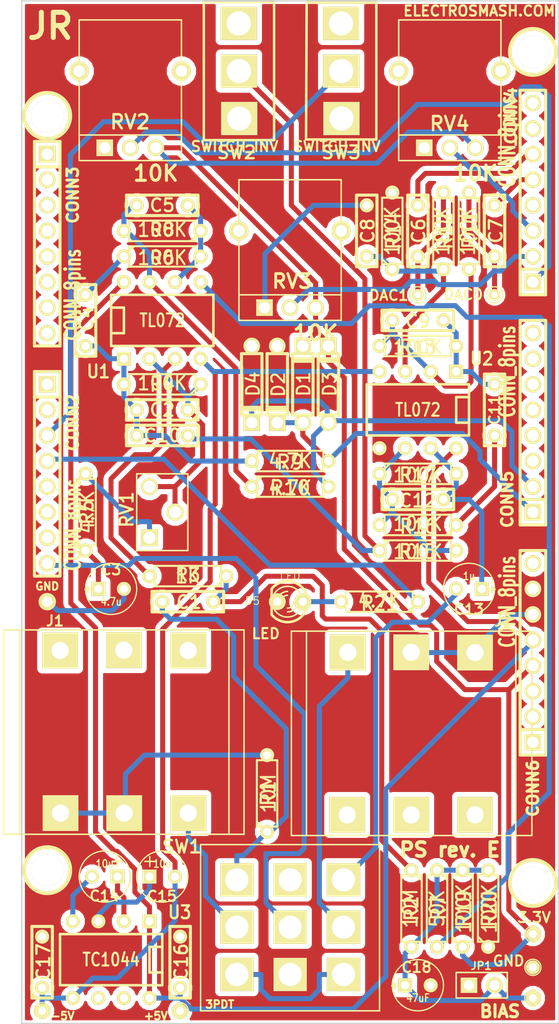
<source format=kicad_pcb>
(kicad_pcb (version 3) (host pcbnew "(2013-03-10 BZR 3992)-stable")
  (layers (15 F.Cu signal) (0 B.Cu signal) (18 B.Paste user) (19 F.Paste user) (20 B.SilkS user) (21 F.SilkS user) (22 B.Mask user) (23 F.Mask user) (28 Edge.Cuts user))
  (net 0 "")
  (net 1 +3.3V)
  (net 2 +5V)
  (net 3 -5V)
  (net 4 /AD0)
  (net 5 /AD1)
  (net 6 /AD10)
  (net 7 /AD8)
  (net 8 /AD9)
  (net 9 /Bypass)
  (net 10 /DAC0)
  (net 11 /DAC1)
  (net 12 "/FX In")
  (net 13 "/FX Out")
  (net 14 /IN_BUFFERED)
  (net 15 "/Input Jack")
  (net 16 "/Output JAck")
  (net 17 /PWM2)
  (net 18 /PWM3)
  (net 19 /PWM7)
  (net 20 GND)
  (net 21 N-000001)
  (net 22 N-0000010)
  (net 23 N-0000011)
  (net 24 N-0000012)
  (net 25 N-0000013)
  (net 26 N-0000016)
  (net 27 N-0000018)
  (net 28 N-0000023)
  (net 29 N-0000024)
  (net 30 N-0000026)
  (net 31 N-0000027)
  (net 32 N-0000028)
  (net 33 N-0000029)
  (net 34 N-000003)
  (net 35 N-0000030)
  (net 36 N-0000032)
  (net 37 N-000004)
  (net 38 N-000005)
  (net 39 N-000006)
  (net 40 N-000007)
  (net 41 N-000008)
  (net 42 N-000009)
  (module SW_SPDT (layer F.Cu) (at 62.23 32.385 180)
    (fp_text reference SW3 (at 0 -8.0772 180) (layer F.SilkS) (effects (font (size 1.27 1.27) (thickness 0.2286))))
    (fp_text value SWITCH_INV (at 0.4318 -7.493 360) (layer F.SilkS) (effects (font (size 1.016 1.016) (thickness 0.2032))))
    (pad 2 thru_hole rect (at 0 0 180) (size 3.6 3.3) (drill 2.399999) (layers *.Cu *.Mask F.SilkS) (net 17 /PWM2))
    (pad 1 thru_hole rect (at -0.0254 -4.7117 180) (size 3.6 3.3) (drill 2.399999) (layers *.Cu *.Mask F.SilkS) (net 20 GND))
    (pad 3 thru_hole rect (at 0.0127 4.7371 180) (size 3.6 3.3) (drill 2.399999) (layers *.Cu *.Mask F.SilkS))
  )
  (module SW_SPDT_pedalSHIELD (layer F.Cu) (at 52.07 32.385 180)
    (fp_text reference SW2 (at 0.2286 -8.0772 180) (layer F.SilkS) (effects (font (size 1.27 1.27) (thickness 0.2286))))
    (fp_text value SWITCH_INV (at 0.4318 -7.493 360) (layer F.SilkS) (effects (font (size 1.016 1.016) (thickness 0.2032))))
    (pad 2 thru_hole rect (at 0 0 180) (size 3.6 3.3) (drill 2.399999) (layers *.Cu *.Mask F.SilkS) (net 27 N-0000018))
    (pad 1 thru_hole rect (at -0.0254 -4.7117 180) (size 3.6 3.3) (drill 2.399999) (layers *.Cu *.Mask F.SilkS) (net 20 GND))
    (pad 3 thru_hole rect (at 0.0127 4.7371 180) (size 3.6 3.3) (drill 2.399999) (layers *.Cu *.Mask F.SilkS))
  )
  (module LED-3MM (layer F.Cu) (at 57.15 85.09 180)
    (fp_text reference D5 (at 3.7338 0.0762 180) (layer F.SilkS) (effects (font (size 0.762 0.762) (thickness 0.0889))))
    (fp_text value LED (at 0 2.54 180) (layer F.SilkS) (effects (font (size 0.762 0.762) (thickness 0.0889))))
    (pad 1 thru_hole circle (at -1.27 0 180) (size 1.6764 1.6764) (drill 0.812799) (layers *.Cu *.Mask F.SilkS) (net 21 N-000001))
    (pad 2 thru_hole circle (at 1.27 0 180) (size 1.6764 1.6764) (drill 0.812799) (layers *.Cu *.Mask F.SilkS) (net 20 GND))
  )
  (module JACK_AUDIO (layer F.Cu) (at 28.575 86.995)
    (fp_text reference J1 (at 5.207 0) (layer F.SilkS) (effects (font (size 1.016 1.016) (thickness 0.2032))))
    (fp_text value Guitar_IN hide)
    (pad 6 thru_hole rect (at 18.4531 2.9464) (size 3.556 3.556) (drill oval 1.699999) (layers *.Cu *.Mask F.SilkS))
    (pad 5 thru_hole rect (at 12.0523 2.9083) (size 3.556 3.556) (drill oval 1.699999) (layers *.Cu *.Mask F.SilkS))
    (pad 4 thru_hole rect (at 5.7277 2.9464) (size 3.556 3.556) (drill oval 1.699999) (layers *.Cu *.Mask F.SilkS))
    (pad 2 thru_hole rect (at 12.0904 19.1008) (size 3.556 3.556) (drill oval 1.699999) (layers *.Cu *.Mask F.SilkS) (net 20 GND))
    (pad 1 thru_hole rect (at 18.46072 19.09318) (size 3.556 3.556) (drill oval 1.699999) (layers *.Cu *.Mask F.SilkS) (net 15 "/Input Jack"))
    (pad 3 thru_hole rect (at 5.7658 19.09318) (size 3.556 3.556) (drill oval 1.699999) (layers *.Cu *.Mask F.SilkS) (net 20 GND))
  )
  (module JACK_AUDIO (layer F.Cu) (at 81.28 109.22 180)
    (fp_text reference J2 (at 2.9464 22.1996 180) (layer F.SilkS) (effects (font (size 1.016 1.016) (thickness 0.2032))))
    (fp_text value OUTPUT hide)
    (pad 6 thru_hole rect (at 5.74802 2.95402 180) (size 3.556 3.556) (drill oval 1.699999) (layers *.Cu *.Mask F.SilkS))
    (pad 5 thru_hole rect (at 12.0904 2.9464 180) (size 3.556 3.556) (drill oval 1.699999) (layers *.Cu *.Mask F.SilkS))
    (pad 4 thru_hole rect (at 18.4531 2.9464 180) (size 3.556 3.556) (drill oval 1.699999) (layers *.Cu *.Mask F.SilkS))
    (pad 2 thru_hole rect (at 12.0904 19.1008 180) (size 3.556 3.556) (drill oval 1.699999) (layers *.Cu *.Mask F.SilkS) (net 20 GND))
    (pad 1 thru_hole rect (at 18.3896 19.09318 180) (size 3.556 3.556) (drill oval 1.699999) (layers *.Cu *.Mask F.SilkS) (net 16 "/Output JAck"))
    (pad 3 thru_hole rect (at 5.74802 19.0754 180) (size 3.556 3.556) (drill oval 1.699999) (layers *.Cu *.Mask F.SilkS) (net 20 GND))
  )
  (module PIN_ARRAY_3X1 (layer F.Cu) (at 45.72 76.2 90)
    (fp_text reference RV1 (at 0.254 -4.8006 90) (layer F.SilkS) (effects (font (size 1.27 1.27) (thickness 0.2286))))
    (fp_text value 500K hide)
    (pad 1 thru_hole rect (at -2.54 -2.54 90) (size 1.7 1.7) (drill 1.199999) (layers *.Cu *.Mask F.SilkS) (net 39 N-000006))
    (pad 2 thru_hole circle (at 0 0 90) (size 1.7 1.7) (drill 1.199999) (layers *.Cu *.Mask F.SilkS) (net 37 N-000004))
    (pad 3 thru_hole circle (at 2.54 -2.54 90) (size 1.7 1.7) (drill 1.199999) (layers *.Cu *.Mask F.SilkS) (net 37 N-000004))
  )
  (module RVAR (layer F.Cu) (at 43.815 40.005)
    (fp_text reference RV2 (at -2.5654 -2.5654) (layer F.SilkS) (effects (font (size 1.397 1.397) (thickness 0.254))))
    (fp_text value 10K (at 0 2.54) (layer F.SilkS) (effects (font (size 1.524 1.524) (thickness 0.3048))))
    (pad "" thru_hole circle (at 2.54 -7.62) (size 1.905 1.905) (drill 1.143) (layers *.Cu *.Mask F.SilkS))
    (pad "" thru_hole circle (at -7.62 -7.62) (size 1.905 1.905) (drill 1.143) (layers *.Cu *.Mask F.SilkS))
    (pad 1 thru_hole rect (at -5.08 0) (size 1.651 1.651) (drill 1.117599) (layers *.Cu *.Mask F.SilkS) (net 20 GND))
    (pad 2 thru_hole circle (at -2.54 0) (size 1.651 1.651) (drill 1.117599) (layers *.Cu *.Mask F.SilkS) (net 7 /AD8))
    (pad 3 thru_hole circle (at 0 0) (size 1.651 1.651) (drill 1.117599) (layers *.Cu *.Mask F.SilkS) (net 1 +3.3V))
  )
  (module 3PDT (layer F.Cu) (at 48.26 109.22)
    (fp_text reference SW1 (at -1.8796 0.2032) (layer F.SilkS) (effects (font (size 1.27 1.27) (thickness 0.2286))))
    (fp_text value SWITCH_3PDT hide)
    (pad 3 thru_hole rect (at 3.6 12.9) (size 3.302 3.302) (drill 2.299999) (layers *.Cu *.Mask F.SilkS) (net 9 /Bypass))
    (pad 9 thru_hole rect (at 14.2 12.9) (size 3.302 3.302) (drill 2.299999) (layers *.Cu *.Mask F.SilkS) (net 9 /Bypass))
    (pad 6 thru_hole rect (at 8.9 12.9) (size 3.302 3.302) (drill 2.299999) (layers *.Cu *.Mask F.SilkS) (net 20 GND))
    (pad 5 thru_hole rect (at 8.9 8.2) (size 3.302 3.302) (drill 2.299999) (layers *.Cu *.Mask F.SilkS) (net 19 /PWM7))
    (pad 8 thru_hole rect (at 14.2 8.2) (size 3.302 3.302) (drill 2.299999) (layers *.Cu *.Mask F.SilkS) (net 16 "/Output JAck"))
    (pad 2 thru_hole rect (at 3.6 8.2) (size 3.302 3.302) (drill 2.299999) (layers *.Cu *.Mask F.SilkS) (net 15 "/Input Jack"))
    (pad 1 thru_hole rect (at 3.6 3.5) (size 3.302 3.302) (drill 2.299999) (layers *.Cu *.Mask F.SilkS) (net 12 "/FX In"))
    (pad 7 thru_hole rect (at 14.2 3.5) (size 3.302 3.302) (drill 2.299999) (layers *.Cu *.Mask F.SilkS) (net 13 "/FX Out"))
    (pad 4 thru_hole rect (at 8.9 3.5) (size 3.302 3.302) (drill 2.299999) (layers *.Cu *.Mask F.SilkS))
  )
  (module C1V5 (layer F.Cu) (at 39.37 83.82)
    (fp_text reference C3 (at 0 -1.905) (layer F.SilkS) (effects (font (size 1.016 1.016) (thickness 0.2032))))
    (fp_text value 4.7u (at 0 1.27) (layer F.SilkS) (effects (font (size 0.762 0.635) (thickness 0.127))))
    (fp_text user + (at -2.286 0) (layer F.SilkS) (effects (font (size 0.762 0.762) (thickness 0.2032))))
    (pad 1 thru_hole rect (at -1.27 0) (size 1.397 1.397) (drill 0.812799) (layers *.Cu *.Mask F.SilkS) (net 38 N-000005))
    (pad 2 thru_hole circle (at 1.27 0) (size 1.397 1.397) (drill 0.812799) (layers *.Cu *.Mask F.SilkS) (net 20 GND))
  )
  (module DIP-8__300 (layer F.Cu) (at 44.45 57.15)
    (fp_text reference U1 (at -6.35 5.08) (layer F.SilkS) (effects (font (size 1.27 1.143) (thickness 0.2286))))
    (fp_text value TL072 (at 0 0) (layer F.SilkS) (effects (font (size 1.27 1.016) (thickness 0.2))))
    (pad 1 thru_hole rect (at -3.81 3.81) (size 1.397 1.397) (drill 0.812799) (layers *.Cu *.Mask F.SilkS) (net 14 /IN_BUFFERED))
    (pad 2 thru_hole circle (at -1.27 3.81) (size 1.397 1.397) (drill 0.812799) (layers *.Cu *.Mask F.SilkS) (net 37 N-000004))
    (pad 3 thru_hole circle (at 1.27 3.81) (size 1.397 1.397) (drill 0.812799) (layers *.Cu *.Mask F.SilkS) (net 33 N-0000029))
    (pad 4 thru_hole circle (at 3.81 3.81) (size 1.397 1.397) (drill 0.812799) (layers *.Cu *.Mask F.SilkS) (net 3 -5V))
    (pad 5 thru_hole circle (at 3.81 -3.81) (size 1.397 1.397) (drill 0.812799) (layers *.Cu *.Mask F.SilkS) (net 26 N-0000016))
    (pad 6 thru_hole circle (at 1.27 -3.81) (size 1.397 1.397) (drill 0.812799) (layers *.Cu *.Mask F.SilkS) (net 31 N-0000027))
    (pad 7 thru_hole circle (at -1.27 -3.81) (size 1.397 1.397) (drill 0.812799) (layers *.Cu *.Mask F.SilkS) (net 30 N-0000026))
    (pad 8 thru_hole circle (at -3.81 -3.81) (size 1.397 1.397) (drill 0.812799) (layers *.Cu *.Mask F.SilkS) (net 2 +5V))
  )
  (module R3 (layer F.Cu) (at 44.45 63.5 180)
    (fp_text reference R4 (at 0 0 180) (layer F.SilkS) (effects (font (size 1.397 1.27) (thickness 0.2286))))
    (fp_text value 100K (at 0 0.127 180) (layer F.SilkS) (effects (font (size 1.397 1.27) (thickness 0.2032))))
    (pad 1 thru_hole circle (at -3.81 0 180) (size 1.397 1.397) (drill 0.812799) (layers *.Cu *.Mask F.SilkS) (net 37 N-000004))
    (pad 2 thru_hole circle (at 3.81 0 180) (size 1.397 1.397) (drill 0.812799) (layers *.Cu *.Mask F.SilkS) (net 14 /IN_BUFFERED))
  )
  (module R3 (layer F.Cu) (at 69.85 77.47 180)
    (fp_text reference R16 (at -0.0508 -0.1524 180) (layer F.SilkS) (effects (font (size 1.397 1.27) (thickness 0.2286))))
    (fp_text value 100K (at 0 0.127 180) (layer F.SilkS) (effects (font (size 1.397 1.27) (thickness 0.2032))))
    (pad 1 thru_hole circle (at -3.81 0 180) (size 1.397 1.397) (drill 0.812799) (layers *.Cu *.Mask F.SilkS) (net 42 N-000009))
    (pad 2 thru_hole circle (at 3.81 0 180) (size 1.397 1.397) (drill 0.812799) (layers *.Cu *.Mask F.SilkS) (net 23 N-0000011))
  )
  (module R3 (layer F.Cu) (at 69.85 80.01)
    (fp_text reference R15 (at -0.0508 0.127) (layer F.SilkS) (effects (font (size 1.397 1.27) (thickness 0.2286))))
    (fp_text value 100K (at 0 0.127) (layer F.SilkS) (effects (font (size 1.397 1.27) (thickness 0.2032))))
    (pad 1 thru_hole circle (at -3.81 0) (size 1.397 1.397) (drill 0.812799) (layers *.Cu *.Mask F.SilkS) (net 27 N-0000018))
    (pad 2 thru_hole circle (at 3.81 0) (size 1.397 1.397) (drill 0.812799) (layers *.Cu *.Mask F.SilkS) (net 23 N-0000011))
  )
  (module R3 (layer F.Cu) (at 69.85 72.39)
    (fp_text reference R17 (at 0 0.127) (layer F.SilkS) (effects (font (size 1.397 1.27) (thickness 0.2286))))
    (fp_text value 100K (at 0 0.127) (layer F.SilkS) (effects (font (size 1.397 1.27) (thickness 0.2032))))
    (pad 1 thru_hole circle (at -3.81 0) (size 1.397 1.397) (drill 0.812799) (layers *.Cu *.Mask F.SilkS) (net 23 N-0000011))
    (pad 2 thru_hole circle (at 3.81 0) (size 1.397 1.397) (drill 0.812799) (layers *.Cu *.Mask F.SilkS) (net 41 N-000008))
  )
  (module R3 (layer F.Cu) (at 71.755 115.57 270)
    (fp_text reference R7 (at -0.0762 -0.1524 270) (layer F.SilkS) (effects (font (size 1.397 1.27) (thickness 0.2286))))
    (fp_text value 50K (at 0 0 270) (layer F.SilkS) (effects (font (size 1.397 1.27) (thickness 0.2032))))
    (pad 1 thru_hole circle (at -3.81 0 270) (size 1.397 1.397) (drill 0.812799) (layers *.Cu *.Mask F.SilkS) (net 34 N-000003))
    (pad 2 thru_hole circle (at 3.81 0 270) (size 1.397 1.397) (drill 0.812799) (layers *.Cu *.Mask F.SilkS) (net 26 N-0000016))
  )
  (module R3 (layer F.Cu) (at 74.295 115.57 90)
    (fp_text reference R19 (at 0 0.127 90) (layer F.SilkS) (effects (font (size 1.397 1.27) (thickness 0.2286))))
    (fp_text value 100K (at 0 0.127 90) (layer F.SilkS) (effects (font (size 1.397 1.27) (thickness 0.2032))))
    (pad 1 thru_hole circle (at -3.81 0 90) (size 1.397 1.397) (drill 0.812799) (layers *.Cu *.Mask F.SilkS) (net 1 +3.3V))
    (pad 2 thru_hole circle (at 3.81 0 90) (size 1.397 1.397) (drill 0.812799) (layers *.Cu *.Mask F.SilkS) (net 34 N-000003))
  )
  (module R3 (layer F.Cu) (at 76.835 115.57 90)
    (fp_text reference R20 (at 0 0.127 90) (layer F.SilkS) (effects (font (size 1.397 1.27) (thickness 0.2286))))
    (fp_text value 100K (at 0 0.127 90) (layer F.SilkS) (effects (font (size 1.397 1.27) (thickness 0.2032))))
    (pad 1 thru_hole circle (at -3.81 0 90) (size 1.397 1.397) (drill 0.812799) (layers *.Cu *.Mask F.SilkS) (net 20 GND))
    (pad 2 thru_hole circle (at 3.81 0 90) (size 1.397 1.397) (drill 0.812799) (layers *.Cu *.Mask F.SilkS) (net 34 N-000003))
  )
  (module R3 (layer F.Cu) (at 36.83 76.2 90)
    (fp_text reference R5 (at 0 0.127 90) (layer F.SilkS) (effects (font (size 1.27 1.27) (thickness 0.2286))))
    (fp_text value 4.7K (at 0 0.127 90) (layer F.SilkS) (effects (font (size 1.397 1.27) (thickness 0.2032))))
    (pad 1 thru_hole circle (at -3.81 0 90) (size 1.397 1.397) (drill 0.812799) (layers *.Cu *.Mask F.SilkS) (net 38 N-000005))
    (pad 2 thru_hole circle (at 3.81 0 90) (size 1.397 1.397) (drill 0.812799) (layers *.Cu *.Mask F.SilkS) (net 39 N-000006))
  )
  (module R3 (layer F.Cu) (at 72.39 48.26 270)
    (fp_text reference R12 (at 0 -0.1524 270) (layer F.SilkS) (effects (font (size 1.397 1.27) (thickness 0.2286))))
    (fp_text value 100K (at 0 0.127 270) (layer F.SilkS) (effects (font (size 1.397 1.27) (thickness 0.2032))))
    (pad 1 thru_hole circle (at -3.81 0 270) (size 1.397 1.397) (drill 0.812799) (layers *.Cu *.Mask F.SilkS) (net 29 N-0000024))
    (pad 2 thru_hole circle (at 3.81 0 270) (size 1.397 1.397) (drill 0.812799) (layers *.Cu *.Mask F.SilkS) (net 22 N-0000010))
  )
  (module R3 (layer F.Cu) (at 57.15 71.12)
    (fp_text reference R9 (at 0 0.127) (layer F.SilkS) (effects (font (size 1.397 1.397) (thickness 0.2286))))
    (fp_text value 4.7K (at 0 0) (layer F.SilkS) (effects (font (size 1.397 1.27) (thickness 0.2032))))
    (pad 1 thru_hole circle (at -3.81 0) (size 1.397 1.397) (drill 0.812799) (layers *.Cu *.Mask F.SilkS) (net 14 /IN_BUFFERED))
    (pad 2 thru_hole circle (at 3.81 0) (size 1.397 1.397) (drill 0.812799) (layers *.Cu *.Mask F.SilkS) (net 4 /AD0))
  )
  (module R3 (layer F.Cu) (at 54.864 104.14 90)
    (fp_text reference R1 (at 0 0.127 90) (layer F.SilkS) (effects (font (size 1.397 1.27) (thickness 0.2286))))
    (fp_text value 10M (at 0 0.127 90) (layer F.SilkS) (effects (font (size 1.397 1.27) (thickness 0.2032))))
    (pad 1 thru_hole circle (at -3.81 0 90) (size 1.397 1.397) (drill 0.812799) (layers *.Cu *.Mask F.SilkS) (net 12 "/FX In"))
    (pad 2 thru_hole circle (at 3.81 0 90) (size 1.397 1.397) (drill 0.812799) (layers *.Cu *.Mask F.SilkS) (net 20 GND))
  )
  (module R3 (layer F.Cu) (at 57.15 73.66)
    (fp_text reference R10 (at 0 0.127) (layer F.SilkS) (effects (font (size 1.397 1.397) (thickness 0.2286))))
    (fp_text value 4.7K (at 0 0.127) (layer F.SilkS) (effects (font (size 1.397 1.27) (thickness 0.2032))))
    (pad 1 thru_hole circle (at -3.81 0) (size 1.397 1.397) (drill 0.812799) (layers *.Cu *.Mask F.SilkS) (net 30 N-0000026))
    (pad 2 thru_hole circle (at 3.81 0) (size 1.397 1.397) (drill 0.812799) (layers *.Cu *.Mask F.SilkS) (net 5 /AD1))
  )
  (module R3 (layer F.Cu) (at 74.93 48.26 270)
    (fp_text reference R11 (at -0.0762 -0.1016 270) (layer F.SilkS) (effects (font (size 1.397 1.27) (thickness 0.2286))))
    (fp_text value 100K (at 0 0.127 270) (layer F.SilkS) (effects (font (size 1.397 1.27) (thickness 0.2032))))
    (pad 1 thru_hole circle (at -3.81 0 270) (size 1.397 1.397) (drill 0.812799) (layers *.Cu *.Mask F.SilkS) (net 28 N-0000023))
    (pad 2 thru_hole circle (at 3.81 0 270) (size 1.397 1.397) (drill 0.812799) (layers *.Cu *.Mask F.SilkS) (net 36 N-0000032))
  )
  (module R3 (layer F.Cu) (at 69.85 59.69)
    (fp_text reference R13 (at 0 0.127) (layer F.SilkS) (effects (font (size 1.397 1.27) (thickness 0.2286))))
    (fp_text value 100K (at 0 0.127) (layer F.SilkS) (effects (font (size 1.397 1.27) (thickness 0.2032))))
    (pad 1 thru_hole circle (at -3.81 0) (size 1.397 1.397) (drill 0.812799) (layers *.Cu *.Mask F.SilkS) (net 36 N-0000032))
    (pad 2 thru_hole circle (at 3.81 0) (size 1.397 1.397) (drill 0.812799) (layers *.Cu *.Mask F.SilkS) (net 40 N-000007))
  )
  (module R3 (layer F.Cu) (at 44.45 48.26 180)
    (fp_text reference R8 (at 0 0.127 180) (layer F.SilkS) (effects (font (size 1.27 1.27) (thickness 0.2286))))
    (fp_text value 100K (at 0 0.127 180) (layer F.SilkS) (effects (font (size 1.397 1.27) (thickness 0.2032))))
    (pad 1 thru_hole circle (at -3.81 0 180) (size 1.397 1.397) (drill 0.812799) (layers *.Cu *.Mask F.SilkS) (net 31 N-0000027))
    (pad 2 thru_hole circle (at 3.81 0 180) (size 1.397 1.397) (drill 0.812799) (layers *.Cu *.Mask F.SilkS) (net 30 N-0000026))
  )
  (module R3 (layer F.Cu) (at 67.31 48.26 90)
    (fp_text reference R14 (at 0 0.127 90) (layer F.SilkS) (effects (font (size 1.397 1.27) (thickness 0.2286))))
    (fp_text value 100K (at 0 0 90) (layer F.SilkS) (effects (font (size 1.397 1.27) (thickness 0.2032))))
    (pad 1 thru_hole circle (at -3.81 0 90) (size 1.397 1.397) (drill 0.812799) (layers *.Cu *.Mask F.SilkS) (net 22 N-0000010))
    (pad 2 thru_hole circle (at 3.81 0 90) (size 1.397 1.397) (drill 0.812799) (layers *.Cu *.Mask F.SilkS) (net 20 GND))
  )
  (module R3 (layer F.Cu) (at 44.45 50.8)
    (fp_text reference R6 (at 0 0.127) (layer F.SilkS) (effects (font (size 1.27 1.27) (thickness 0.2286))))
    (fp_text value 100K (at 0 0.127) (layer F.SilkS) (effects (font (size 1.397 1.27) (thickness 0.2032))))
    (pad 1 thru_hole circle (at -3.81 0) (size 1.397 1.397) (drill 0.812799) (layers *.Cu *.Mask F.SilkS) (net 32 N-0000028))
    (pad 2 thru_hole circle (at 3.81 0) (size 1.397 1.397) (drill 0.812799) (layers *.Cu *.Mask F.SilkS) (net 31 N-0000027))
  )
  (module R3 (layer F.Cu) (at 46.99 82.55 180)
    (fp_text reference R3 (at 0 0.127 180) (layer F.SilkS) (effects (font (size 1.27 1.27) (thickness 0.2286))))
    (fp_text value 1K (at 0 0 180) (layer F.SilkS) (effects (font (size 1.397 1.27) (thickness 0.2032))))
    (pad 1 thru_hole circle (at -3.81 0 180) (size 1.397 1.397) (drill 0.812799) (layers *.Cu *.Mask F.SilkS) (net 35 N-0000030))
    (pad 2 thru_hole circle (at 3.81 0 180) (size 1.397 1.397) (drill 0.812799) (layers *.Cu *.Mask F.SilkS) (net 33 N-0000029))
  )
  (module R3 (layer F.Cu) (at 69.215 115.57 270)
    (fp_text reference R2 (at 0 0 270) (layer F.SilkS) (effects (font (size 1.27 1.27) (thickness 0.2286))))
    (fp_text value 10M (at 0 0.127 270) (layer F.SilkS) (effects (font (size 1.397 1.27) (thickness 0.2032))))
    (pad 1 thru_hole circle (at -3.81 0 270) (size 1.397 1.397) (drill 0.812799) (layers *.Cu *.Mask F.SilkS) (net 35 N-0000030))
    (pad 2 thru_hole circle (at 3.81 0 270) (size 1.397 1.397) (drill 0.812799) (layers *.Cu *.Mask F.SilkS) (net 34 N-000003))
  )
  (module PIN_ARRAY_2X1 (layer F.Cu) (at 76.2 123.19)
    (fp_text reference JP1 (at -0.0508 -1.9304) (layer F.SilkS) (effects (font (size 0.762 0.762) (thickness 0.1524))))
    (fp_text value JUMPER hide)
    (pad 1 thru_hole rect (at -1.27 0) (size 1.651 1.524) (drill 1.016) (layers *.Cu *.Mask F.SilkS) (net 20 GND))
    (pad 2 thru_hole circle (at 1.27 0) (size 1.651 1.651) (drill 1.016) (layers *.Cu *.Mask F.SilkS) (net 34 N-000003))
  )
  (module DIP-8__300 (layer F.Cu) (at 69.85 66.04 180)
    (fp_text reference U2 (at -6.35 5.08 180) (layer F.SilkS) (effects (font (size 1.27 1.143) (thickness 0.2286))))
    (fp_text value TL072 (at 0 0 180) (layer F.SilkS) (effects (font (size 1.27 1.016) (thickness 0.2032))))
    (pad 1 thru_hole rect (at -3.81 3.81 180) (size 1.397 1.397) (drill 0.812799) (layers *.Cu *.Mask F.SilkS) (net 40 N-000007))
    (pad 2 thru_hole circle (at -1.27 3.81 180) (size 1.397 1.397) (drill 0.812799) (layers *.Cu *.Mask F.SilkS) (net 36 N-0000032))
    (pad 3 thru_hole circle (at 1.27 3.81 180) (size 1.397 1.397) (drill 0.812799) (layers *.Cu *.Mask F.SilkS) (net 22 N-0000010))
    (pad 4 thru_hole circle (at 3.81 3.81 180) (size 1.397 1.397) (drill 0.812799) (layers *.Cu *.Mask F.SilkS) (net 3 -5V))
    (pad 5 thru_hole circle (at 3.81 -3.81 180) (size 1.397 1.397) (drill 0.812799) (layers *.Cu *.Mask F.SilkS) (net 20 GND))
    (pad 6 thru_hole circle (at 1.27 -3.81 180) (size 1.397 1.397) (drill 0.812799) (layers *.Cu *.Mask F.SilkS) (net 23 N-0000011))
    (pad 7 thru_hole circle (at -1.27 -3.81 180) (size 1.397 1.397) (drill 0.812799) (layers *.Cu *.Mask F.SilkS) (net 41 N-000008))
    (pad 8 thru_hole circle (at -3.81 -3.81 180) (size 1.397 1.397) (drill 0.812799) (layers *.Cu *.Mask F.SilkS) (net 2 +5V))
  )
  (module DIP-8__300 (layer F.Cu) (at 39.37 120.65 180)
    (fp_text reference U3 (at -6.8072 4.699 180) (layer F.SilkS) (effects (font (size 1.27 1.143) (thickness 0.2286))))
    (fp_text value TC1044 (at 0 0 180) (layer F.SilkS) (effects (font (size 1.27 1.016) (thickness 0.2032))))
    (pad 1 thru_hole rect (at -3.81 3.81 180) (size 1.397 1.397) (drill 0.812799) (layers *.Cu *.Mask F.SilkS) (net 2 +5V))
    (pad 2 thru_hole circle (at -1.27 3.81 180) (size 1.397 1.397) (drill 0.812799) (layers *.Cu *.Mask F.SilkS) (net 25 N-0000013))
    (pad 3 thru_hole circle (at 1.27 3.81 180) (size 1.397 1.397) (drill 0.812799) (layers *.Cu *.Mask F.SilkS) (net 20 GND))
    (pad 4 thru_hole circle (at 3.81 3.81 180) (size 1.397 1.397) (drill 0.812799) (layers *.Cu *.Mask F.SilkS) (net 24 N-0000012))
    (pad 5 thru_hole circle (at 3.81 -3.81 180) (size 1.397 1.397) (drill 0.812799) (layers *.Cu *.Mask F.SilkS) (net 3 -5V))
    (pad 6 thru_hole circle (at 1.27 -3.81 180) (size 1.397 1.397) (drill 0.812799) (layers *.Cu *.Mask F.SilkS))
    (pad 7 thru_hole circle (at -1.27 -3.81 180) (size 1.397 1.397) (drill 0.812799) (layers *.Cu *.Mask F.SilkS))
    (pad 8 thru_hole circle (at -3.81 -3.81 180) (size 1.397 1.397) (drill 0.812799) (layers *.Cu *.Mask F.SilkS) (net 2 +5V))
  )
  (module D3 (layer F.Cu) (at 55.88 63.5 270)
    (fp_text reference D2 (at 0.0254 -0.1016 270) (layer F.SilkS) (effects (font (size 1.27 1.27) (thickness 0.2032))))
    (fp_text value 1N5817 hide)
    (pad 2 thru_hole rect (at 3.81 0 270) (size 1.651 1.651) (drill 1.143) (layers *.Cu *.Mask F.SilkS) (net 4 /AD0))
    (pad 1 thru_hole circle (at -3.81 0 270) (size 1.651 1.651) (drill 1.143) (layers *.Cu *.Mask F.SilkS) (net 20 GND))
  )
  (module D3 (layer F.Cu) (at 58.42 63.5 90)
    (fp_text reference D1 (at 0.0254 0.0762 90) (layer F.SilkS) (effects (font (size 1.27 1.27) (thickness 0.2032))))
    (fp_text value 1N5817 hide)
    (pad 2 thru_hole rect (at 3.81 0 90) (size 1.651 1.651) (drill 1.143) (layers *.Cu *.Mask F.SilkS) (net 1 +3.3V))
    (pad 1 thru_hole circle (at -3.81 0 90) (size 1.651 1.651) (drill 1.143) (layers *.Cu *.Mask F.SilkS) (net 4 /AD0))
  )
  (module D3 (layer F.Cu) (at 60.96 63.5 90)
    (fp_text reference D3 (at 0.0254 0.127 90) (layer F.SilkS) (effects (font (size 1.27 1.27) (thickness 0.2032))))
    (fp_text value 1N5817 hide)
    (pad 2 thru_hole rect (at 3.81 0 90) (size 1.651 1.651) (drill 1.143) (layers *.Cu *.Mask F.SilkS) (net 1 +3.3V))
    (pad 1 thru_hole circle (at -3.81 0 90) (size 1.651 1.651) (drill 1.143) (layers *.Cu *.Mask F.SilkS) (net 5 /AD1))
  )
  (module D3 (layer F.Cu) (at 53.34 63.5 270)
    (fp_text reference D4 (at -0.0254 -0.127 270) (layer F.SilkS) (effects (font (size 1.27 1.27) (thickness 0.2032))))
    (fp_text value 1N5817 hide)
    (pad 2 thru_hole rect (at 3.81 0 270) (size 1.651 1.651) (drill 1.143) (layers *.Cu *.Mask F.SilkS) (net 5 /AD1))
    (pad 1 thru_hole circle (at -3.81 0 270) (size 1.651 1.651) (drill 1.143) (layers *.Cu *.Mask F.SilkS) (net 20 GND))
  )
  (module C2 (layer F.Cu) (at 46.99 85.09)
    (fp_text reference C1 (at 0.1016 0.0508) (layer F.SilkS) (effects (font (size 1.27 1.27) (thickness 0.2286))))
    (fp_text value 0.1u hide)
    (pad 1 thru_hole circle (at -2.54 0) (size 1.397 1.397) (drill 0.812799) (layers *.Cu *.Mask F.SilkS) (net 12 "/FX In"))
    (pad 2 thru_hole circle (at 2.54 0) (size 1.397 1.397) (drill 0.812799) (layers *.Cu *.Mask F.SilkS) (net 35 N-0000030))
  )
  (module C2 (layer F.Cu) (at 36.83 57.15 90)
    (fp_text reference C4 (at 0.1524 0.1016 90) (layer F.SilkS) (effects (font (size 1.27 1.27) (thickness 0.2286))))
    (fp_text value 0.1u hide)
    (pad 1 thru_hole circle (at -2.54 0 90) (size 1.397 1.397) (drill 0.812799) (layers *.Cu *.Mask F.SilkS) (net 14 /IN_BUFFERED))
    (pad 2 thru_hole circle (at 2.54 0 90) (size 1.397 1.397) (drill 0.812799) (layers *.Cu *.Mask F.SilkS) (net 32 N-0000028))
  )
  (module C2 (layer F.Cu) (at 64.77 48.26 90)
    (fp_text reference C8 (at 0 0.1016 90) (layer F.SilkS) (effects (font (size 1.27 1.27) (thickness 0.2286))))
    (fp_text value 47p hide)
    (pad 1 thru_hole circle (at -2.54 0 90) (size 1.397 1.397) (drill 0.812799) (layers *.Cu *.Mask F.SilkS) (net 22 N-0000010))
    (pad 2 thru_hole circle (at 2.54 0 90) (size 1.397 1.397) (drill 0.812799) (layers *.Cu *.Mask F.SilkS) (net 20 GND))
  )
  (module C2 (layer F.Cu) (at 77.47 48.26 270)
    (fp_text reference C7 (at 0 -0.127 270) (layer F.SilkS) (effects (font (size 1.27 1.27) (thickness 0.2286))))
    (fp_text value 0.1u hide)
    (pad 1 thru_hole circle (at -2.54 0 270) (size 1.397 1.397) (drill 0.812799) (layers *.Cu *.Mask F.SilkS) (net 10 /DAC0))
    (pad 2 thru_hole circle (at 2.54 0 270) (size 1.397 1.397) (drill 0.812799) (layers *.Cu *.Mask F.SilkS) (net 28 N-0000023))
  )
  (module C2 (layer F.Cu) (at 44.45 66.04 180)
    (fp_text reference C2 (at 0 0 180) (layer F.SilkS) (effects (font (size 1.27 1.27) (thickness 0.2286))))
    (fp_text value 47p hide)
    (pad 1 thru_hole circle (at -2.54 0 180) (size 1.397 1.397) (drill 0.812799) (layers *.Cu *.Mask F.SilkS) (net 37 N-000004))
    (pad 2 thru_hole circle (at 2.54 0 180) (size 1.397 1.397) (drill 0.812799) (layers *.Cu *.Mask F.SilkS) (net 14 /IN_BUFFERED))
  )
  (module RVAR (layer F.Cu) (at 59.69 55.88)
    (fp_text reference RV3 (at -2.3368 -2.6162) (layer F.SilkS) (effects (font (size 1.397 1.397) (thickness 0.275))))
    (fp_text value 10K (at 0 2.54) (layer F.SilkS) (effects (font (size 1.524 1.524) (thickness 0.3048))))
    (pad "" thru_hole circle (at 2.54 -7.62) (size 1.905 1.905) (drill 1.143) (layers *.Cu *.Mask F.SilkS))
    (pad "" thru_hole circle (at -7.62 -7.62) (size 1.905 1.905) (drill 1.143) (layers *.Cu *.Mask F.SilkS))
    (pad 1 thru_hole rect (at -5.08 0) (size 1.651 1.651) (drill 1.117599) (layers *.Cu *.Mask F.SilkS) (net 20 GND))
    (pad 2 thru_hole circle (at -2.54 0) (size 1.651 1.651) (drill 1.117599) (layers *.Cu *.Mask F.SilkS) (net 8 /AD9))
    (pad 3 thru_hole circle (at 0 0) (size 1.651 1.651) (drill 1.117599) (layers *.Cu *.Mask F.SilkS) (net 1 +3.3V))
  )
  (module RVAR (layer F.Cu) (at 75.565 40.005)
    (fp_text reference RV4 (at -2.5654 -2.3876) (layer F.SilkS) (effects (font (size 1.397 1.397) (thickness 0.254))))
    (fp_text value 10K (at 0 2.54) (layer F.SilkS) (effects (font (size 1.524 1.524) (thickness 0.3048))))
    (pad "" thru_hole circle (at 2.54 -7.62) (size 1.905 1.905) (drill 1.143) (layers *.Cu *.Mask F.SilkS))
    (pad "" thru_hole circle (at -7.62 -7.62) (size 1.905 1.905) (drill 1.143) (layers *.Cu *.Mask F.SilkS))
    (pad 1 thru_hole rect (at -5.08 0) (size 1.651 1.651) (drill 1.117599) (layers *.Cu *.Mask F.SilkS) (net 20 GND))
    (pad 2 thru_hole circle (at -2.54 0) (size 1.651 1.651) (drill 1.117599) (layers *.Cu *.Mask F.SilkS) (net 6 /AD10))
    (pad 3 thru_hole circle (at 0 0) (size 1.651 1.651) (drill 1.117599) (layers *.Cu *.Mask F.SilkS) (net 1 +3.3V))
  )
  (module C2 (layer F.Cu) (at 69.85 57.15)
    (fp_text reference C9 (at 0 0.0762) (layer F.SilkS) (effects (font (size 1.27 1.27) (thickness 0.2286))))
    (fp_text value 47p hide)
    (pad 1 thru_hole circle (at -2.54 0) (size 1.397 1.397) (drill 0.812799) (layers *.Cu *.Mask F.SilkS) (net 36 N-0000032))
    (pad 2 thru_hole circle (at 2.54 0) (size 1.397 1.397) (drill 0.812799) (layers *.Cu *.Mask F.SilkS) (net 40 N-000007))
  )
  (module C2 (layer F.Cu) (at 44.45 45.72 180)
    (fp_text reference C5 (at 0 0 180) (layer F.SilkS) (effects (font (size 1.27 1.27) (thickness 0.2286))))
    (fp_text value 47p hide)
    (pad 1 thru_hole circle (at -2.54 0 180) (size 1.397 1.397) (drill 0.812799) (layers *.Cu *.Mask F.SilkS) (net 31 N-0000027))
    (pad 2 thru_hole circle (at 2.54 0 180) (size 1.397 1.397) (drill 0.812799) (layers *.Cu *.Mask F.SilkS) (net 30 N-0000026))
  )
  (module C2 (layer F.Cu) (at 69.85 48.26 270)
    (fp_text reference C6 (at 0 -0.0762 270) (layer F.SilkS) (effects (font (size 1.27 1.27) (thickness 0.2286))))
    (fp_text value 0.1u hide)
    (pad 1 thru_hole circle (at -2.54 0 270) (size 1.397 1.397) (drill 0.812799) (layers *.Cu *.Mask F.SilkS) (net 11 /DAC1))
    (pad 2 thru_hole circle (at 2.54 0 270) (size 1.397 1.397) (drill 0.812799) (layers *.Cu *.Mask F.SilkS) (net 29 N-0000024))
  )
  (module SIL-8 (layer F.Cu) (at 33.02 72.39 270)
    (fp_text reference CONN2 (at -5.08 -2.54 270) (layer F.SilkS) (effects (font (size 1.1 1.1) (thickness 0.27178))))
    (fp_text value CONN_8pins (at 5.08 -2.54 270) (layer F.SilkS) (effects (font (size 1.524 1.016) (thickness 0.3048))))
    (pad 1 thru_hole rect (at -8.89 0 270) (size 1.651 1.651) (drill 1.117599) (layers *.Cu *.Mask F.SilkS))
    (pad 2 thru_hole circle (at -6.35 0 270) (size 1.651 1.651) (drill 1.117599) (layers *.Cu *.Mask F.SilkS))
    (pad 3 thru_hole circle (at -3.81 0 270) (size 1.651 1.651) (drill 1.117599) (layers *.Cu *.Mask F.SilkS) (net 17 /PWM2))
    (pad 4 thru_hole circle (at -1.27 0 270) (size 1.651 1.651) (drill 1.117599) (layers *.Cu *.Mask F.SilkS) (net 18 /PWM3))
    (pad 5 thru_hole circle (at 1.27 0 270) (size 1.651 1.651) (drill 1.117599) (layers *.Cu *.Mask F.SilkS))
    (pad 6 thru_hole circle (at 3.81 0 270) (size 1.651 1.651) (drill 1.117599) (layers *.Cu *.Mask F.SilkS))
    (pad 7 thru_hole circle (at 6.35 0 270) (size 1.651 1.651) (drill 1.117599) (layers *.Cu *.Mask F.SilkS))
    (pad 8 thru_hole circle (at 8.89 0 270) (size 1.651 1.651) (drill 1.117599) (layers *.Cu *.Mask F.SilkS) (net 19 /PWM7))
  )
  (module SIL-8 (layer F.Cu) (at 33.02 49.53 270)
    (fp_text reference CONN3 (at -4.826 -2.54 270) (layer F.SilkS) (effects (font (size 1.1 1.1) (thickness 0.27178))))
    (fp_text value CONN_8pins (at 5.08 -2.54 270) (layer F.SilkS) (effects (font (size 1.524 1.016) (thickness 0.3048))))
    (pad 1 thru_hole rect (at -8.89 0 270) (size 1.651 1.651) (drill 1.117599) (layers *.Cu *.Mask F.SilkS))
    (pad 2 thru_hole circle (at -6.35 0 270) (size 1.651 1.651) (drill 1.117599) (layers *.Cu *.Mask F.SilkS))
    (pad 3 thru_hole circle (at -3.81 0 270) (size 1.651 1.651) (drill 1.117599) (layers *.Cu *.Mask F.SilkS))
    (pad 4 thru_hole circle (at -1.27 0 270) (size 1.651 1.651) (drill 1.117599) (layers *.Cu *.Mask F.SilkS))
    (pad 5 thru_hole circle (at 1.27 0 270) (size 1.651 1.651) (drill 1.117599) (layers *.Cu *.Mask F.SilkS))
    (pad 6 thru_hole circle (at 3.81 0 270) (size 1.651 1.651) (drill 1.117599) (layers *.Cu *.Mask F.SilkS))
    (pad 7 thru_hole circle (at 6.35 0 270) (size 1.651 1.651) (drill 1.117599) (layers *.Cu *.Mask F.SilkS))
    (pad 8 thru_hole circle (at 8.89 0 270) (size 1.651 1.651) (drill 1.117599) (layers *.Cu *.Mask F.SilkS))
  )
  (module SIL-8 (layer F.Cu) (at 81.28 67.31 90)
    (fp_text reference CONN5 (at -7.62 -2.54 90) (layer F.SilkS) (effects (font (size 1.1 1.1) (thickness 0.27178))))
    (fp_text value CONN_8pins (at 5.08 -2.54 90) (layer F.SilkS) (effects (font (size 1.524 1.016) (thickness 0.3048))))
    (pad 1 thru_hole rect (at -8.89 0 90) (size 1.651 1.651) (drill 1.117599) (layers *.Cu *.Mask F.SilkS) (net 4 /AD0))
    (pad 2 thru_hole circle (at -6.35 0 90) (size 1.651 1.651) (drill 1.117599) (layers *.Cu *.Mask F.SilkS) (net 5 /AD1))
    (pad 3 thru_hole circle (at -3.81 0 90) (size 1.651 1.651) (drill 1.117599) (layers *.Cu *.Mask F.SilkS))
    (pad 4 thru_hole circle (at -1.27 0 90) (size 1.651 1.651) (drill 1.117599) (layers *.Cu *.Mask F.SilkS))
    (pad 5 thru_hole circle (at 1.27 0 90) (size 1.651 1.651) (drill 1.117599) (layers *.Cu *.Mask F.SilkS))
    (pad 6 thru_hole circle (at 3.81 0 90) (size 1.651 1.651) (drill 1.117599) (layers *.Cu *.Mask F.SilkS))
    (pad 7 thru_hole circle (at 6.35 0 90) (size 1.651 1.651) (drill 1.117599) (layers *.Cu *.Mask F.SilkS))
    (pad 8 thru_hole circle (at 8.89 0 90) (size 1.651 1.651) (drill 1.117599) (layers *.Cu *.Mask F.SilkS))
  )
  (module SIL-8 (layer F.Cu) (at 81.28 90.17 90)
    (fp_text reference CONN6 (at -13.462 0 90) (layer F.SilkS) (effects (font (size 1.1 1.1) (thickness 0.27178))))
    (fp_text value CONN_8pins (at 5.08 -2.54 90) (layer F.SilkS) (effects (font (size 1.524 1.016) (thickness 0.3048))))
    (pad 1 thru_hole rect (at -8.89 0 90) (size 1.651 1.651) (drill 1.117599) (layers *.Cu *.Mask F.SilkS))
    (pad 2 thru_hole circle (at -6.35 0 90) (size 1.651 1.651) (drill 1.117599) (layers *.Cu *.Mask F.SilkS))
    (pad 3 thru_hole circle (at -3.81 0 90) (size 1.651 1.651) (drill 1.117599) (layers *.Cu *.Mask F.SilkS))
    (pad 4 thru_hole circle (at -1.27 0 90) (size 1.651 1.651) (drill 1.117599) (layers *.Cu *.Mask F.SilkS) (net 1 +3.3V))
    (pad 5 thru_hole circle (at 1.27 0 90) (size 1.651 1.651) (drill 1.117599) (layers *.Cu *.Mask F.SilkS) (net 2 +5V))
    (pad 6 thru_hole circle (at 3.81 0 90) (size 1.651 1.651) (drill 1.117599) (layers *.Cu *.Mask F.SilkS) (net 20 GND))
    (pad 7 thru_hole circle (at 6.35 0 90) (size 1.651 1.651) (drill 1.117599) (layers *.Cu *.Mask F.SilkS) (net 20 GND))
    (pad 8 thru_hole circle (at 8.89 0 90) (size 1.651 1.651) (drill 1.117599) (layers *.Cu *.Mask F.SilkS))
  )
  (module R3 (layer F.Cu) (at 66.04 85.09 180)
    (fp_text reference R21 (at 0 -0.1778 180) (layer F.SilkS) (effects (font (size 1.397 1.27) (thickness 0.2286))))
    (fp_text value 4.7K (at 0 0.127 180) (layer F.SilkS) (effects (font (size 1.397 1.27) (thickness 0.2032))))
    (pad 1 thru_hole circle (at -3.81 0 180) (size 1.397 1.397) (drill 0.812799) (layers *.Cu *.Mask F.SilkS) (net 18 /PWM3))
    (pad 2 thru_hole circle (at 3.81 0 180) (size 1.397 1.397) (drill 0.812799) (layers *.Cu *.Mask F.SilkS) (net 21 N-000001))
  )
  (module C2 (layer F.Cu) (at 32.512 120.904 90)
    (fp_text reference C17 (at 0.0254 0.127 90) (layer F.SilkS) (effects (font (size 1.27 1.27) (thickness 0.2286))))
    (fp_text value 100n hide)
    (pad 1 thru_hole circle (at -2.54 0 90) (size 1.397 1.397) (drill 0.812799) (layers *.Cu *.Mask F.SilkS) (net 3 -5V))
    (pad 2 thru_hole circle (at 2.54 0 90) (size 1.397 1.397) (drill 0.812799) (layers *.Cu *.Mask F.SilkS) (net 20 GND))
  )
  (module SIL-8 (layer F.Cu) (at 81.28 44.45 90)
    (fp_text reference CONN4 (at 7.62 -2.159 90) (layer F.SilkS) (effects (font (size 1.1 1.1) (thickness 0.27178))))
    (fp_text value CONN_8pins (at 5.08 -2.54 90) (layer F.SilkS) (effects (font (size 1.524 1.016) (thickness 0.3048))))
    (pad 1 thru_hole rect (at -8.89 0 90) (size 1.651 1.651) (drill 1.117599) (layers *.Cu *.Mask F.SilkS) (net 7 /AD8))
    (pad 2 thru_hole circle (at -6.35 0 90) (size 1.651 1.651) (drill 1.117599) (layers *.Cu *.Mask F.SilkS) (net 8 /AD9))
    (pad 3 thru_hole circle (at -3.81 0 90) (size 1.651 1.651) (drill 1.117599) (layers *.Cu *.Mask F.SilkS) (net 6 /AD10))
    (pad 4 thru_hole circle (at -1.27 0 90) (size 1.651 1.651) (drill 1.117599) (layers *.Cu *.Mask F.SilkS))
    (pad 5 thru_hole circle (at 1.27 0 90) (size 1.651 1.651) (drill 1.117599) (layers *.Cu *.Mask F.SilkS) (net 10 /DAC0))
    (pad 6 thru_hole circle (at 3.81 0 90) (size 1.651 1.651) (drill 1.117599) (layers *.Cu *.Mask F.SilkS) (net 11 /DAC1))
    (pad 7 thru_hole circle (at 6.35 0 90) (size 1.651 1.651) (drill 1.117599) (layers *.Cu *.Mask F.SilkS))
    (pad 8 thru_hole circle (at 8.89 0 90) (size 1.651 1.651) (drill 1.117599) (layers *.Cu *.Mask F.SilkS))
  )
  (module C1V5 (layer F.Cu) (at 38.735 112.395 180)
    (fp_text reference C14 (at 0.0254 -1.9304 180) (layer F.SilkS) (effects (font (size 1.016 1.016) (thickness 0.2032))))
    (fp_text value 10u (at 0 1.27 180) (layer F.SilkS) (effects (font (size 0.762 0.635) (thickness 0.127))))
    (fp_text user + (at -1.2446 1.6002 180) (layer F.SilkS) (effects (font (size 1.27 1.27) (thickness 0.1905))))
    (pad 1 thru_hole rect (at -1.27 0 180) (size 1.397 1.397) (drill 0.812799) (layers *.Cu *.Mask F.SilkS) (net 25 N-0000013))
    (pad 2 thru_hole circle (at 1.27 0 180) (size 1.397 1.397) (drill 0.812799) (layers *.Cu *.Mask F.SilkS) (net 24 N-0000012))
  )
  (module C1V5 (layer F.Cu) (at 44.45 112.395 180)
    (fp_text reference C15 (at 0.0254 -1.9558 180) (layer F.SilkS) (effects (font (size 1.016 1.016) (thickness 0.2032))))
    (fp_text value 10u (at 0 1.27 180) (layer F.SilkS) (effects (font (size 0.762 0.635) (thickness 0.127))))
    (fp_text user + (at 1.2446 1.6002 180) (layer F.SilkS) (effects (font (size 1.27 1.27))))
    (pad 1 thru_hole circle (at -1.27 0 180) (size 1.397 1.397) (drill 0.812799) (layers *.Cu *.Mask F.SilkS) (net 3 -5V))
    (pad 2 thru_hole rect (at 1.27 0 180) (size 1.397 1.397) (drill 0.812799) (layers *.Cu *.Mask F.SilkS) (net 20 GND))
  )
  (module C2 (layer F.Cu) (at 46.228 120.904 90)
    (fp_text reference C16 (at 0.0254 0.1016 90) (layer F.SilkS) (effects (font (size 1.27 1.27) (thickness 0.2286))))
    (fp_text value 100n hide)
    (pad 1 thru_hole circle (at -2.54 0 90) (size 1.397 1.397) (drill 0.812799) (layers *.Cu *.Mask F.SilkS) (net 2 +5V))
    (pad 2 thru_hole circle (at 2.54 0 90) (size 1.397 1.397) (drill 0.812799) (layers *.Cu *.Mask F.SilkS) (net 20 GND))
  )
  (module C1V5 (layer F.Cu) (at 69.85 123.19)
    (fp_text reference C18 (at -0.127 -1.778) (layer F.SilkS) (effects (font (size 1.016 1.016) (thickness 0.2032))))
    (fp_text value 47uF (at 0 1.27) (layer F.SilkS) (effects (font (size 0.762 0.635) (thickness 0.127))))
    (fp_text user + (at -2.286 0) (layer F.SilkS) (effects (font (size 0.762 0.762) (thickness 0.2032))))
    (pad 1 thru_hole rect (at -1.27 0) (size 1.397 1.397) (drill 0.812799) (layers *.Cu *.Mask F.SilkS) (net 34 N-000003))
    (pad 2 thru_hole circle (at 1.27 0) (size 1.397 1.397) (drill 0.812799) (layers *.Cu *.Mask F.SilkS) (net 20 GND))
  )
  (module C2 (layer F.Cu) (at 77.47 66.04 270)
    (fp_text reference C11 (at 0 0 270) (layer F.SilkS) (effects (font (size 1.016 1.016) (thickness 0.2032))))
    (fp_text value 0.1u hide)
    (pad 1 thru_hole circle (at -2.54 0 270) (size 1.397 1.397) (drill 0.812799) (layers *.Cu *.Mask F.SilkS) (net 40 N-000007))
    (pad 2 thru_hole circle (at 2.54 0 270) (size 1.397 1.397) (drill 0.812799) (layers *.Cu *.Mask F.SilkS) (net 42 N-000009))
  )
  (module C2 (layer F.Cu) (at 69.85 74.93)
    (fp_text reference C12 (at 0 0.127) (layer F.SilkS) (effects (font (size 1.27 1.27) (thickness 0.2286))))
    (fp_text value 47p hide)
    (pad 1 thru_hole circle (at -2.54 0) (size 1.397 1.397) (drill 0.812799) (layers *.Cu *.Mask F.SilkS) (net 23 N-0000011))
    (pad 2 thru_hole circle (at 2.54 0) (size 1.397 1.397) (drill 0.812799) (layers *.Cu *.Mask F.SilkS) (net 41 N-000008))
  )
  (module C1V5 (layer F.Cu) (at 74.93 83.82 180)
    (fp_text reference C13 (at 0 -2.032 180) (layer F.SilkS) (effects (font (size 1.016 1.016) (thickness 0.2032))))
    (fp_text value 1u (at 0 1.27 180) (layer F.SilkS) (effects (font (size 0.762 0.635) (thickness 0.127))))
    (fp_text user + (at -2.286 0 180) (layer F.SilkS) (effects (font (size 0.762 0.762) (thickness 0.2032))))
    (pad 1 thru_hole rect (at -1.27 0 180) (size 1.397 1.397) (drill 0.812799) (layers *.Cu *.Mask F.SilkS) (net 41 N-000008))
    (pad 2 thru_hole circle (at 1.27 0 180) (size 1.397 1.397) (drill 0.812799) (layers *.Cu *.Mask F.SilkS) (net 13 "/FX Out"))
  )
  (module C2 (layer F.Cu) (at 44.45 68.58)
    (fp_text reference C10 (at 0 0) (layer F.SilkS) (effects (font (size 1.27 1.27) (thickness 0.2286))))
    (fp_text value 0.1u hide)
    (pad 1 thru_hole circle (at -2.54 0) (size 1.397 1.397) (drill 0.812799) (layers *.Cu *.Mask F.SilkS) (net 14 /IN_BUFFERED))
    (pad 2 thru_hole circle (at 2.54 0) (size 1.397 1.397) (drill 0.812799) (layers *.Cu *.Mask F.SilkS) (net 27 N-0000018))
  )
  (module PINTST (layer F.Cu) (at 81.28 118.11)
    (fp_text reference TP1 hide)
    (fp_text value "3V3 TP" hide)
    (pad 1 thru_hole circle (at 0 0) (size 1.4 1.4) (drill 0.8) (layers *.Cu *.Mask F.SilkS) (net 1 +3.3V))
  )
  (module PINTST (layer F.Cu) (at 81.28 124.46)
    (fp_text reference TP2 hide)
    (fp_text value "1V6 TP" hide)
    (pad 1 thru_hole circle (at 0 0) (size 1.4 1.4) (drill 0.8) (layers *.Cu *.Mask F.SilkS) (net 34 N-000003))
  )
  (module PINTST (layer F.Cu) (at 33.02 85.09)
    (fp_text reference TP3 hide)
    (fp_text value "GND TP" hide)
    (pad 1 thru_hole circle (at 0 0) (size 1.6 1.6) (drill 1) (layers *.Cu *.Mask F.SilkS) (net 20 GND))
  )
  (module PINTST (layer F.Cu) (at 46.228 125.73)
    (fp_text reference TP4 hide)
    (fp_text value "+5V TP" hide)
    (pad 1 thru_hole circle (at 0 0) (size 1.4 1.4) (drill 0.8) (layers *.Cu *.Mask F.SilkS) (net 2 +5V))
  )
  (module PINTST (layer F.Cu) (at 32.512 125.73)
    (fp_text reference TP5 hide)
    (fp_text value "-5V TP" hide)
    (pad 1 thru_hole circle (at 0 0) (size 1.4 1.4) (drill 0.8) (layers *.Cu *.Mask F.SilkS) (net 3 -5V))
  )
  (module PINTST (layer F.Cu) (at 81.28 121.412)
    (fp_text reference TP6 hide)
    (fp_text value "GND TP" hide)
    (pad 1 thru_hole circle (at 0 0) (size 1.4 1.4) (drill 0.8) (layers *.Cu *.Mask F.SilkS) (net 20 GND))
  )
  (module 1pin (layer F.Cu) (at 33.02 111.76)
    (fp_text reference hole1 hide)
    (fp_text value hole1 hide)
    (pad 1 thru_hole circle (at 0 0) (size 3.2 3.2) (drill 3.2) (layers *.Cu *.Mask F.SilkS))
  )
  (module 1pin (layer F.Cu) (at 33.02 36.83)
    (fp_text reference hole2 hide)
    (fp_text value P*** hide)
    (pad 1 thru_hole circle (at 0 0) (size 3.2 3.2) (drill 3.2) (layers *.Cu *.Mask F.SilkS))
  )
  (module 1pin (layer F.Cu) (at 81.28 30.48)
    (fp_text reference hole3 hide)
    (fp_text value P*** hide)
    (pad 1 thru_hole circle (at 0 0) (size 3.2 3.2) (drill 3.2) (layers *.Cu *.Mask F.SilkS))
  )
  (module 1pin (layer F.Cu) (at 81.28 113.03)
    (fp_text reference hole4 hide)
    (fp_text value P*** hide)
    (pad 1 thru_hole circle (at 0 0) (size 3.2 3.2) (drill 3.2) (layers *.Cu *.Mask F.SilkS))
  )
  (module PINTST (layer F.Cu) (at 77.47 54.61)
    (fp_text reference TP7 hide)
    (fp_text value DAC0 hide)
    (pad 1 thru_hole circle (at 0 0) (size 1.143 1.143) (drill 0.635) (layers *.Cu *.Mask F.SilkS) (net 28 N-0000023))
  )
  (module PINTST (layer F.Cu) (at 69.85 54.61)
    (fp_text reference TP8 hide)
    (fp_text value DAC1 hide)
    (pad 1 thru_hole circle (at 0 0) (size 1.143 1.143) (drill 0.635) (layers *.Cu *.Mask F.SilkS) (net 29 N-0000024))
  )
  (gr_text ELECTROSMASH.COM (at 75.946 26.416) (layer F.SilkS) (effects (font (size 1 1) (thickness 0.22))))
  (gr_text DAC0 (at 74.3712 54.5846) (layer F.SilkS) (effects (font (size 1.016 1.016) (thickness 0.2032))))
  (gr_text DAC1 (at 66.9544 54.6608) (layer F.SilkS) (effects (font (size 1.016 1.016) (thickness 0.2032))))
  (gr_line (start 31.75 127) (end 30.48 127) (angle 90) (layer Edge.Cuts) (width 0.15))
  (gr_line (start 30.48 127) (end 31.75 127) (angle 90) (layer Edge.Cuts) (width 0.15))
  (gr_line (start 30.48 25.4) (end 30.48 127) (angle 90) (layer Edge.Cuts) (width 0.15))
  (gr_line (start 83.82 25.4) (end 30.48 25.4) (angle 90) (layer Edge.Cuts) (width 0.15))
  (gr_line (start 83.82 127) (end 83.82 25.4) (angle 90) (layer Edge.Cuts) (width 0.15))
  (gr_line (start 30.48 127) (end 83.82 127) (angle 90) (layer Edge.Cuts) (width 0.15))
  (gr_text "PS rev. E" (at 73.025 109.728) (layer F.SilkS) (effects (font (size 1.397 1.397) (thickness 0.34925))))
  (gr_text JR (at 33.3248 27.9146) (layer F.SilkS) (effects (font (size 2.5 2.5) (thickness 0.5))))
  (gr_text LED (at 54.737 88.265) (layer F.SilkS) (effects (font (size 1.016 1.016) (thickness 0.2032))))
  (gr_text GND (at 33.02 83.566) (layer F.SilkS) (effects (font (size 0.762 0.762) (thickness 0.1905))))
  (gr_text 3.3V (at 81.407 116.459) (layer F.SilkS) (effects (font (size 1.016 1.016) (thickness 0.2032))))
  (gr_text GND (at 78.867 120.777) (layer F.SilkS) (effects (font (size 1.016 1.016) (thickness 0.2032))))
  (gr_text BIAS (at 78.0034 125.7808) (layer F.SilkS) (effects (font (size 1.2 1.2) (thickness 0.3))))
  (gr_text 3PDT (at 50.165 125.095) (layer F.SilkS) (effects (font (size 0.762 0.762) (thickness 0.1905))))
  (gr_text -5V (at 34.544 126.238) (layer F.SilkS) (effects (font (size 0.762 0.762) (thickness 0.1905))))
  (gr_text +5V (at 43.815 126.238) (layer F.SilkS) (effects (font (size 0.762 0.762) (thickness 0.1905))))
  (segment (start 59.69 58.166) (end 59.69 58.42) (width 0.5) (layer F.Cu) (net 1))
  (segment (start 59.69 58.42) (end 58.42 59.69) (width 0.5) (layer F.Cu) (net 1))
  (segment (start 59.69 55.88) (end 59.69 58.166) (width 0.5) (layer F.Cu) (net 1))
  (segment (start 60.96 59.436) (end 60.96 59.69) (width 0.5) (layer F.Cu) (net 1))
  (segment (start 59.69 58.166) (end 60.96 59.436) (width 0.5) (layer F.Cu) (net 1))
  (segment (start 74.295 119.38) (end 74.295 120.2309) (width 0.5) (layer B.Cu) (net 1))
  (segment (start 78.2574 121.1326) (end 81.28 118.11) (width 0.5) (layer B.Cu) (net 1))
  (segment (start 75.1967 121.1326) (end 78.2574 121.1326) (width 0.5) (layer B.Cu) (net 1))
  (segment (start 74.295 120.2309) (end 75.1967 121.1326) (width 0.5) (layer B.Cu) (net 1))
  (segment (start 62.5358 62.8416) (end 60.96 61.2658) (width 0.5) (layer F.Cu) (net 1))
  (segment (start 60.96 60.4779) (end 60.96 61.2658) (width 0.5) (layer F.Cu) (net 1))
  (segment (start 60.96 59.69) (end 60.96 60.4779) (width 0.5) (layer F.Cu) (net 1))
  (segment (start 78.8916 93.8284) (end 74.5245 93.8284) (width 0.5) (layer F.Cu) (net 1))
  (segment (start 74.5245 93.8284) (end 71.7179 91.0218) (width 0.5) (layer F.Cu) (net 1))
  (segment (start 71.7179 91.0218) (end 71.7179 88.0304) (width 0.5) (layer F.Cu) (net 1))
  (segment (start 71.7179 88.0304) (end 71.1061 87.4186) (width 0.5) (layer F.Cu) (net 1))
  (segment (start 71.1061 87.4186) (end 70.0795 87.4186) (width 0.5) (layer F.Cu) (net 1))
  (segment (start 70.0795 87.4186) (end 62.5358 79.8749) (width 0.5) (layer F.Cu) (net 1))
  (segment (start 62.5358 79.8749) (end 62.5358 62.8416) (width 0.5) (layer F.Cu) (net 1))
  (segment (start 81.28 91.44) (end 78.8916 93.8284) (width 0.5) (layer F.Cu) (net 1))
  (segment (start 46.2708 40.005) (end 43.815 40.005) (width 0.5) (layer F.Cu) (net 1))
  (segment (start 59.69 53.4242) (end 46.2708 40.005) (width 0.5) (layer F.Cu) (net 1))
  (segment (start 59.69 55.88) (end 59.69 53.4242) (width 0.5) (layer F.Cu) (net 1))
  (segment (start 45.3439 41.5339) (end 43.815 40.005) (width 0.5) (layer B.Cu) (net 1))
  (segment (start 65.8043 41.5339) (end 45.3439 41.5339) (width 0.5) (layer B.Cu) (net 1))
  (segment (start 68.9091 38.4291) (end 65.8043 41.5339) (width 0.5) (layer B.Cu) (net 1))
  (segment (start 73.9891 38.4291) (end 68.9091 38.4291) (width 0.5) (layer B.Cu) (net 1))
  (segment (start 75.565 40.005) (end 73.9891 38.4291) (width 0.5) (layer B.Cu) (net 1))
  (segment (start 78.8916 93.8284) (end 78.8916 115.7216) (width 0.5) (layer F.Cu) (net 1))
  (segment (start 78.8916 115.7216) (end 81.28 118.11) (width 0.5) (layer F.Cu) (net 1))
  (segment (start 43.18 124.46) (end 43.18 116.84) (width 0.5) (layer F.Cu) (net 2))
  (segment (start 35.3643 58.6157) (end 40.64 53.34) (width 0.5) (layer F.Cu) (net 2))
  (segment (start 35.3643 85.2417) (end 35.3643 58.6157) (width 0.5) (layer F.Cu) (net 2))
  (segment (start 37.8188 87.6962) (end 35.3643 85.2417) (width 0.5) (layer F.Cu) (net 2))
  (segment (start 37.8188 107.9775) (end 37.8188 87.6962) (width 0.5) (layer F.Cu) (net 2))
  (segment (start 39.7239 109.8826) (end 37.8188 107.9775) (width 0.5) (layer F.Cu) (net 2))
  (segment (start 39.9507 109.8826) (end 39.7239 109.8826) (width 0.5) (layer F.Cu) (net 2))
  (segment (start 41.7312 111.6631) (end 39.9507 109.8826) (width 0.5) (layer F.Cu) (net 2))
  (segment (start 41.7312 113.9424) (end 41.7312 111.6631) (width 0.5) (layer F.Cu) (net 2))
  (segment (start 43.18 115.3912) (end 41.7312 113.9424) (width 0.5) (layer F.Cu) (net 2))
  (segment (start 43.18 116.84) (end 43.18 115.3912) (width 0.5) (layer F.Cu) (net 2))
  (segment (start 46.228 124.46) (end 43.18 124.46) (width 0.5) (layer B.Cu) (net 2))
  (segment (start 46.228 124.46) (end 46.228 123.444) (width 0.5) (layer B.Cu) (net 2))
  (segment (start 46.863 125.095) (end 46.228 124.46) (width 0.5) (layer B.Cu) (net 2))
  (segment (start 46.228 125.73) (end 46.863 125.095) (width 0.5) (layer B.Cu) (net 2))
  (segment (start 81.28 89.0854) (end 81.28 88.9) (width 0.5) (layer B.Cu) (net 2))
  (segment (start 66.6613 103.7041) (end 81.28 89.0854) (width 0.5) (layer B.Cu) (net 2))
  (segment (start 66.6613 122.316) (end 66.6613 103.7041) (width 0.5) (layer B.Cu) (net 2))
  (segment (start 63.4208 125.5565) (end 66.6613 122.316) (width 0.5) (layer B.Cu) (net 2))
  (segment (start 47.3245 125.5565) (end 63.4208 125.5565) (width 0.5) (layer B.Cu) (net 2))
  (segment (start 46.863 125.095) (end 47.3245 125.5565) (width 0.5) (layer B.Cu) (net 2))
  (segment (start 70.9284 72.5816) (end 73.66 69.85) (width 0.5) (layer F.Cu) (net 2))
  (segment (start 70.9284 83.1668) (end 70.9284 72.5816) (width 0.5) (layer F.Cu) (net 2))
  (segment (start 74.8247 87.0631) (end 70.9284 83.1668) (width 0.5) (layer F.Cu) (net 2))
  (segment (start 79.4431 87.0631) (end 74.8247 87.0631) (width 0.5) (layer F.Cu) (net 2))
  (segment (start 81.28 88.9) (end 79.4431 87.0631) (width 0.5) (layer F.Cu) (net 2))
  (segment (start 35.56 124.46) (end 32.639 124.46) (width 0.5) (layer B.Cu) (net 3))
  (segment (start 32.639 124.46) (end 32.512 124.587) (width 0.5) (layer B.Cu) (net 3))
  (segment (start 32.512 123.444) (end 32.512 124.587) (width 0.5) (layer B.Cu) (net 3))
  (segment (start 32.512 124.587) (end 32.512 125.73) (width 0.5) (layer B.Cu) (net 3))
  (segment (start 45.72 112.395) (end 45.72 113.8438) (width 0.5) (layer B.Cu) (net 3))
  (segment (start 45.72 116.762) (end 45.72 113.8438) (width 0.5) (layer B.Cu) (net 3))
  (segment (start 39.997 122.485) (end 45.72 116.762) (width 0.5) (layer B.Cu) (net 3))
  (segment (start 37.535 122.485) (end 39.997 122.485) (width 0.5) (layer B.Cu) (net 3))
  (segment (start 35.56 124.46) (end 37.535 122.485) (width 0.5) (layer B.Cu) (net 3))
  (segment (start 49.53 62.23) (end 48.26 60.96) (width 0.5) (layer B.Cu) (net 3))
  (segment (start 66.04 62.23) (end 49.53 62.23) (width 0.5) (layer B.Cu) (net 3))
  (segment (start 49.7091 62.4091) (end 48.26 60.96) (width 0.5) (layer F.Cu) (net 3))
  (segment (start 49.7091 75.3933) (end 49.7091 62.4091) (width 0.5) (layer F.Cu) (net 3))
  (segment (start 49.2088 75.8936) (end 49.7091 75.3933) (width 0.5) (layer F.Cu) (net 3))
  (segment (start 49.2088 83.0985) (end 49.2088 75.8936) (width 0.5) (layer F.Cu) (net 3))
  (segment (start 44.489 87.8183) (end 49.2088 83.0985) (width 0.5) (layer F.Cu) (net 3))
  (segment (start 44.489 109.7152) (end 44.489 87.8183) (width 0.5) (layer F.Cu) (net 3))
  (segment (start 45.72 110.9462) (end 44.489 109.7152) (width 0.5) (layer F.Cu) (net 3))
  (segment (start 45.72 112.395) (end 45.72 110.9462) (width 0.5) (layer F.Cu) (net 3))
  (segment (start 81.28 76.2) (end 76.0211 70.9411) (width 0.5) (layer B.Cu) (net 4))
  (segment (start 76.0211 70.9411) (end 76.0211 70.1473) (width 0.5) (layer B.Cu) (net 4))
  (segment (start 76.0211 70.1473) (end 74.2559 68.3821) (width 0.5) (layer B.Cu) (net 4))
  (segment (start 74.2559 68.3821) (end 63.6979 68.3821) (width 0.5) (layer B.Cu) (net 4))
  (segment (start 63.6979 68.3821) (end 60.96 71.12) (width 0.5) (layer B.Cu) (net 4))
  (segment (start 58.42 67.31) (end 58.42 68.58) (width 0.5) (layer F.Cu) (net 4))
  (segment (start 58.42 68.58) (end 60.96 71.12) (width 0.5) (layer F.Cu) (net 4))
  (segment (start 55.88 67.31) (end 58.42 67.31) (width 0.5) (layer B.Cu) (net 4))
  (segment (start 53.34 67.31) (end 53.34 65.786) (width 0.5) (layer B.Cu) (net 5))
  (segment (start 60.833 67.183) (end 60.96 67.31) (width 0.5) (layer B.Cu) (net 5))
  (segment (start 60.833 65.913) (end 60.833 67.183) (width 0.5) (layer B.Cu) (net 5))
  (segment (start 60.071 65.151) (end 60.833 65.913) (width 0.5) (layer B.Cu) (net 5))
  (segment (start 53.975 65.151) (end 60.071 65.151) (width 0.5) (layer B.Cu) (net 5))
  (segment (start 53.34 65.786) (end 53.975 65.151) (width 0.5) (layer B.Cu) (net 5))
  (segment (start 59.4774 72.1774) (end 60.96 73.66) (width 0.5) (layer B.Cu) (net 5))
  (segment (start 59.4774 68.6368) (end 59.4774 72.1774) (width 0.5) (layer B.Cu) (net 5))
  (segment (start 60.7628 67.3514) (end 59.4774 68.6368) (width 0.5) (layer B.Cu) (net 5))
  (segment (start 60.8042 67.31) (end 60.96 67.31) (width 0.5) (layer B.Cu) (net 5))
  (segment (start 60.7628 67.3514) (end 60.8042 67.31) (width 0.5) (layer B.Cu) (net 5))
  (segment (start 79.1906 71.5706) (end 81.28 73.66) (width 0.5) (layer B.Cu) (net 5))
  (segment (start 79.1906 68.1959) (end 79.1906 71.5706) (width 0.5) (layer B.Cu) (net 5))
  (segment (start 78.1125 67.1178) (end 79.1906 68.1959) (width 0.5) (layer B.Cu) (net 5))
  (segment (start 61.1522 67.1178) (end 78.1125 67.1178) (width 0.5) (layer B.Cu) (net 5))
  (segment (start 60.96 67.31) (end 61.1522 67.1178) (width 0.5) (layer B.Cu) (net 5))
  (segment (start 75.0198 41.9998) (end 73.025 40.005) (width 0.5) (layer B.Cu) (net 6))
  (segment (start 75.8193 41.9998) (end 75.0198 41.9998) (width 0.5) (layer B.Cu) (net 6))
  (segment (start 79.2853 45.4658) (end 75.8193 41.9998) (width 0.5) (layer B.Cu) (net 6))
  (segment (start 79.2853 46.2653) (end 79.2853 45.4658) (width 0.5) (layer B.Cu) (net 6))
  (segment (start 81.28 48.26) (end 79.2853 46.2653) (width 0.5) (layer B.Cu) (net 6))
  (segment (start 42.861 38.419) (end 41.275 40.005) (width 0.5) (layer B.Cu) (net 7))
  (segment (start 45.7784 38.419) (end 42.861 38.419) (width 0.5) (layer B.Cu) (net 7))
  (segment (start 47.8569 40.4975) (end 45.7784 38.419) (width 0.5) (layer B.Cu) (net 7))
  (segment (start 65.0031 40.4975) (end 47.8569 40.4975) (width 0.5) (layer B.Cu) (net 7))
  (segment (start 69.8037 35.6969) (end 65.0031 40.4975) (width 0.5) (layer B.Cu) (net 7))
  (segment (start 78.5583 35.6969) (end 69.8037 35.6969) (width 0.5) (layer B.Cu) (net 7))
  (segment (start 80.3054 33.9498) (end 78.5583 35.6969) (width 0.5) (layer B.Cu) (net 7))
  (segment (start 81.9204 33.9498) (end 80.3054 33.9498) (width 0.5) (layer B.Cu) (net 7))
  (segment (start 82.8611 34.8905) (end 81.9204 33.9498) (width 0.5) (layer B.Cu) (net 7))
  (segment (start 82.8611 51.7589) (end 82.8611 34.8905) (width 0.5) (layer B.Cu) (net 7))
  (segment (start 81.28 53.34) (end 82.8611 51.7589) (width 0.5) (layer B.Cu) (net 7))
  (segment (start 58.955 54.075) (end 57.15 55.88) (width 0.5) (layer B.Cu) (net 8))
  (segment (start 68.3298 54.075) (end 58.955 54.075) (width 0.5) (layer B.Cu) (net 8))
  (segment (start 69.138 53.2668) (end 68.3298 54.075) (width 0.5) (layer B.Cu) (net 8))
  (segment (start 71.5378 53.2668) (end 69.138 53.2668) (width 0.5) (layer B.Cu) (net 8))
  (segment (start 71.8658 53.5948) (end 71.5378 53.2668) (width 0.5) (layer B.Cu) (net 8))
  (segment (start 76.0662 53.5948) (end 71.8658 53.5948) (width 0.5) (layer B.Cu) (net 8))
  (segment (start 77.4121 52.2489) (end 76.0662 53.5948) (width 0.5) (layer B.Cu) (net 8))
  (segment (start 78.0701 52.2489) (end 77.4121 52.2489) (width 0.5) (layer B.Cu) (net 8))
  (segment (start 79.519 50.8) (end 78.0701 52.2489) (width 0.5) (layer B.Cu) (net 8))
  (segment (start 81.28 50.8) (end 79.519 50.8) (width 0.5) (layer B.Cu) (net 8))
  (segment (start 54.2613 123.6209) (end 54.2613 122.12) (width 0.5) (layer B.Cu) (net 9))
  (segment (start 55.1617 124.5213) (end 54.2613 123.6209) (width 0.5) (layer B.Cu) (net 9))
  (segment (start 59.1582 124.5213) (end 55.1617 124.5213) (width 0.5) (layer B.Cu) (net 9))
  (segment (start 60.0587 123.6208) (end 59.1582 124.5213) (width 0.5) (layer B.Cu) (net 9))
  (segment (start 60.0587 122.12) (end 60.0587 123.6208) (width 0.5) (layer B.Cu) (net 9))
  (segment (start 62.46 122.12) (end 60.0587 122.12) (width 0.5) (layer B.Cu) (net 9))
  (segment (start 51.86 122.12) (end 54.2613 122.12) (width 0.5) (layer B.Cu) (net 9))
  (segment (start 80.01 43.18) (end 77.47 45.72) (width 0.5) (layer F.Cu) (net 10))
  (segment (start 81.28 43.18) (end 80.01 43.18) (width 0.5) (layer F.Cu) (net 10))
  (segment (start 69.85 45.72) (end 69.85 43.688) (width 0.5) (layer F.Cu) (net 11))
  (segment (start 80.772 40.64) (end 81.28 40.64) (width 0.5) (layer F.Cu) (net 11))
  (segment (start 78.867 42.545) (end 80.772 40.64) (width 0.5) (layer F.Cu) (net 11))
  (segment (start 77.597 42.545) (end 78.867 42.545) (width 0.5) (layer F.Cu) (net 11))
  (segment (start 70.612 42.545) (end 77.597 42.545) (width 0.5) (layer F.Cu) (net 11))
  (segment (start 69.85 43.307) (end 70.612 42.545) (width 0.5) (layer F.Cu) (net 11))
  (segment (start 69.85 43.688) (end 69.85 43.307) (width 0.5) (layer F.Cu) (net 11))
  (segment (start 54.864 107.95) (end 55.2196 107.95) (width 0.5) (layer B.Cu) (net 12))
  (segment (start 56.769 97.7265) (end 51.5493 92.5068) (width 0.5) (layer B.Cu) (net 12))
  (segment (start 56.769 106.4006) (end 56.769 97.7265) (width 0.5) (layer B.Cu) (net 12))
  (segment (start 55.2196 107.95) (end 56.769 106.4006) (width 0.5) (layer B.Cu) (net 12))
  (segment (start 44.45 85.09) (end 44.45 86.0171) (width 0.5) (layer B.Cu) (net 12))
  (segment (start 44.45 86.0171) (end 45.2628 86.8299) (width 0.5) (layer B.Cu) (net 12))
  (segment (start 45.2628 86.8299) (end 49.8348 86.8299) (width 0.5) (layer B.Cu) (net 12))
  (segment (start 49.8348 86.8299) (end 51.5493 88.5444) (width 0.5) (layer B.Cu) (net 12))
  (segment (start 51.5493 88.5444) (end 51.5493 92.5068) (width 0.5) (layer B.Cu) (net 12))
  (segment (start 52.4953 110.3187) (end 51.86 110.3187) (width 0.5) (layer B.Cu) (net 12))
  (segment (start 54.864 107.95) (end 52.4953 110.3187) (width 0.5) (layer B.Cu) (net 12))
  (segment (start 51.86 112.72) (end 51.86 110.3187) (width 0.5) (layer B.Cu) (net 12))
  (segment (start 73.66 83.82) (end 73.66 84.328) (width 0.5) (layer B.Cu) (net 13))
  (segment (start 65.661298 109.518702) (end 62.46 112.72) (width 0.5) (layer B.Cu) (net 13))
  (segment (start 65.661298 88.643702) (end 65.661298 109.518702) (width 0.5) (layer B.Cu) (net 13))
  (segment (start 66.294 88.011) (end 65.661298 88.643702) (width 0.5) (layer B.Cu) (net 13))
  (segment (start 66.421 88.011) (end 66.294 88.011) (width 0.5) (layer B.Cu) (net 13))
  (segment (start 67.31 87.122) (end 66.421 88.011) (width 0.5) (layer B.Cu) (net 13))
  (segment (start 70.866 87.122) (end 67.31 87.122) (width 0.5) (layer B.Cu) (net 13))
  (segment (start 72.644 85.344) (end 70.866 87.122) (width 0.5) (layer B.Cu) (net 13))
  (segment (start 73.66 84.328) (end 72.644 85.344) (width 0.5) (layer B.Cu) (net 13))
  (segment (start 41.91 68.58) (end 44.7215 68.58) (width 0.5) (layer B.Cu) (net 14))
  (segment (start 44.7215 68.58) (end 47.2615 71.12) (width 0.5) (layer B.Cu) (net 14))
  (segment (start 47.2615 71.12) (end 53.34 71.12) (width 0.5) (layer B.Cu) (net 14))
  (segment (start 41.91 66.04) (end 41.91 68.58) (width 0.5) (layer B.Cu) (net 14))
  (segment (start 40.64 60.96) (end 40.64 63.5) (width 0.5) (layer B.Cu) (net 14))
  (segment (start 40.64 64.77) (end 40.64 63.5) (width 0.5) (layer B.Cu) (net 14))
  (segment (start 41.91 66.04) (end 40.64 64.77) (width 0.5) (layer B.Cu) (net 14))
  (segment (start 37.9212 59.69) (end 39.1912 60.96) (width 0.5) (layer B.Cu) (net 14))
  (segment (start 36.83 59.69) (end 37.9212 59.69) (width 0.5) (layer B.Cu) (net 14))
  (segment (start 40.64 60.96) (end 39.1912 60.96) (width 0.5) (layer B.Cu) (net 14))
  (segment (start 48.7511 110.3319) (end 47.0357 108.6165) (width 0.5) (layer B.Cu) (net 15))
  (segment (start 48.7511 114.3111) (end 48.7511 110.3319) (width 0.5) (layer B.Cu) (net 15))
  (segment (start 51.86 117.42) (end 48.7511 114.3111) (width 0.5) (layer B.Cu) (net 15))
  (segment (start 47.0357 106.0882) (end 47.0357 108.6165) (width 0.5) (layer B.Cu) (net 15))
  (segment (start 60.0586 95.4869) (end 62.8904 92.6551) (width 0.5) (layer B.Cu) (net 16))
  (segment (start 60.0586 115.0186) (end 60.0586 95.4869) (width 0.5) (layer B.Cu) (net 16))
  (segment (start 62.46 117.42) (end 60.0586 115.0186) (width 0.5) (layer B.Cu) (net 16))
  (segment (start 62.8904 90.1268) (end 62.8904 92.6551) (width 0.5) (layer B.Cu) (net 16))
  (segment (start 35.3177 66.2823) (end 33.02 68.58) (width 0.5) (layer B.Cu) (net 17))
  (segment (start 35.3177 40.7071) (end 35.3177 66.2823) (width 0.5) (layer B.Cu) (net 17))
  (segment (start 38.6162 37.4086) (end 35.3177 40.7071) (width 0.5) (layer B.Cu) (net 17))
  (segment (start 46.5028 37.4086) (end 38.6162 37.4086) (width 0.5) (layer B.Cu) (net 17))
  (segment (start 48.5913 39.4971) (end 46.5028 37.4086) (width 0.5) (layer B.Cu) (net 17))
  (segment (start 55.1179 39.4971) (end 48.5913 39.4971) (width 0.5) (layer B.Cu) (net 17))
  (segment (start 62.23 32.385) (end 55.1179 39.4971) (width 0.5) (layer B.Cu) (net 17))
  (segment (start 66.2189 81.4589) (end 69.85 85.09) (width 0.5) (layer B.Cu) (net 18))
  (segment (start 55.1264 81.4589) (end 66.2189 81.4589) (width 0.5) (layer B.Cu) (net 18))
  (segment (start 44.602 70.9345) (end 55.1264 81.4589) (width 0.5) (layer B.Cu) (net 18))
  (segment (start 33.2055 70.9345) (end 44.602 70.9345) (width 0.5) (layer B.Cu) (net 18))
  (segment (start 33.02 71.12) (end 33.2055 70.9345) (width 0.5) (layer B.Cu) (net 18))
  (segment (start 54.7586 110.1082) (end 58.0271 110.1082) (width 0.5) (layer B.Cu) (net 19))
  (segment (start 58.5597 96.2214) (end 56.3159 93.9776) (width 0.5) (layer B.Cu) (net 19))
  (segment (start 58.5597 109.5756) (end 58.5597 96.2214) (width 0.5) (layer B.Cu) (net 19))
  (segment (start 58.0271 110.1082) (end 58.5597 109.5756) (width 0.5) (layer B.Cu) (net 19))
  (segment (start 41.1226 81.4846) (end 41.1226 81.4832) (width 0.5) (layer B.Cu) (net 19))
  (segment (start 53.7591 82.7659) (end 53.7591 91.4208) (width 0.5) (layer B.Cu) (net 19))
  (segment (start 51.7906 80.7974) (end 53.7591 82.7659) (width 0.5) (layer B.Cu) (net 19))
  (segment (start 41.8084 80.7974) (end 51.7906 80.7974) (width 0.5) (layer B.Cu) (net 19))
  (segment (start 41.1226 81.4832) (end 41.8084 80.7974) (width 0.5) (layer B.Cu) (net 19))
  (segment (start 54.7586 115.0186) (end 57.16 117.42) (width 0.5) (layer B.Cu) (net 19))
  (segment (start 54.7586 110.1082) (end 54.7586 115.0186) (width 0.5) (layer B.Cu) (net 19))
  (segment (start 53.7591 91.4208) (end 56.3159 93.9776) (width 0.5) (layer B.Cu) (net 19))
  (segment (start 33.2246 81.4846) (end 41.1226 81.4846) (width 0.5) (layer B.Cu) (net 19))
  (segment (start 33.02 81.28) (end 33.2246 81.4846) (width 0.5) (layer B.Cu) (net 19))
  (segment (start 64.77 45.72) (end 59.4614 45.72) (width 0.5) (layer B.Cu) (net 20))
  (segment (start 54.6481 55.8419) (end 54.61 55.88) (width 0.5) (layer B.Cu) (net 20))
  (segment (start 54.6481 50.5333) (end 54.6481 55.8419) (width 0.5) (layer B.Cu) (net 20))
  (segment (start 59.4614 45.72) (end 54.6481 50.5333) (width 0.5) (layer B.Cu) (net 20))
  (segment (start 54.864 100.33) (end 42.672 100.33) (width 0.5) (layer B.Cu) (net 20))
  (segment (start 40.7924 105.9688) (end 40.6654 106.0958) (width 0.5) (layer B.Cu) (net 20))
  (segment (start 40.7924 102.2096) (end 40.7924 105.9688) (width 0.5) (layer B.Cu) (net 20))
  (segment (start 42.672 100.33) (end 40.7924 102.2096) (width 0.5) (layer B.Cu) (net 20))
  (segment (start 38.1 116.84) (end 38.1 116.205) (width 0.5) (layer B.Cu) (net 20))
  (segment (start 43.18 113.665) (end 43.18 112.395) (width 0.5) (layer B.Cu) (net 20))
  (segment (start 41.91 114.935) (end 43.18 113.665) (width 0.5) (layer B.Cu) (net 20))
  (segment (start 39.37 114.935) (end 41.91 114.935) (width 0.5) (layer B.Cu) (net 20))
  (segment (start 38.1 116.205) (end 39.37 114.935) (width 0.5) (layer B.Cu) (net 20))
  (segment (start 34.3408 106.08818) (end 40.65778 106.08818) (width 0.5) (layer B.Cu) (net 20))
  (segment (start 40.65778 106.08818) (end 40.6654 106.0958) (width 0.5) (layer B.Cu) (net 20))
  (segment (start 33.02 85.09) (end 33.147 85.09) (width 0.5) (layer B.Cu) (net 20))
  (segment (start 40.64 84.836) (end 40.64 83.82) (width 0.5) (layer B.Cu) (net 20))
  (segment (start 39.497 85.979) (end 40.64 84.836) (width 0.5) (layer B.Cu) (net 20))
  (segment (start 34.036 85.979) (end 39.497 85.979) (width 0.5) (layer B.Cu) (net 20))
  (segment (start 33.147 85.09) (end 34.036 85.979) (width 0.5) (layer B.Cu) (net 20))
  (segment (start 75.53198 90.1446) (end 69.215 90.1446) (width 0.5) (layer B.Cu) (net 20))
  (segment (start 69.215 90.1446) (end 69.1896 90.1192) (width 0.5) (layer B.Cu) (net 20))
  (segment (start 81.28 86.36) (end 78.867 86.36) (width 0.5) (layer B.Cu) (net 20))
  (segment (start 75.53198 89.69502) (end 75.53198 90.1446) (width 0.5) (layer B.Cu) (net 20))
  (segment (start 78.867 86.36) (end 75.53198 89.69502) (width 0.5) (layer B.Cu) (net 20))
  (segment (start 62.23 85.09) (end 58.42 85.09) (width 0.5) (layer B.Cu) (net 21))
  (segment (start 68.58 57.9291) (end 68.58 62.23) (width 0.5) (layer F.Cu) (net 22))
  (segment (start 72.39 54.1191) (end 68.58 57.9291) (width 0.5) (layer F.Cu) (net 22))
  (segment (start 72.39 52.07) (end 72.39 54.1191) (width 0.5) (layer F.Cu) (net 22))
  (segment (start 66.04 50.8) (end 67.31 52.07) (width 0.5) (layer B.Cu) (net 22))
  (segment (start 64.77 50.8) (end 66.04 50.8) (width 0.5) (layer B.Cu) (net 22))
  (segment (start 72.2024 52.2576) (end 72.39 52.07) (width 0.5) (layer B.Cu) (net 22))
  (segment (start 67.4976 52.2576) (end 72.2024 52.2576) (width 0.5) (layer B.Cu) (net 22))
  (segment (start 67.31 52.07) (end 67.4976 52.2576) (width 0.5) (layer B.Cu) (net 22))
  (segment (start 66.04 73.66) (end 66.04 72.39) (width 0.5) (layer B.Cu) (net 23))
  (segment (start 67.31 74.93) (end 66.04 73.66) (width 0.5) (layer B.Cu) (net 23))
  (segment (start 66.04 72.39) (end 68.58 69.85) (width 0.5) (layer B.Cu) (net 23))
  (segment (start 67.31 76.2) (end 66.04 77.47) (width 0.5) (layer B.Cu) (net 23))
  (segment (start 71.12 80.01) (end 67.31 76.2) (width 0.5) (layer B.Cu) (net 23))
  (segment (start 73.66 80.01) (end 71.12 80.01) (width 0.5) (layer B.Cu) (net 23))
  (segment (start 67.31 76.2) (end 67.31 74.93) (width 0.5) (layer B.Cu) (net 23))
  (segment (start 35.56 114.3) (end 37.465 112.395) (width 0.5) (layer B.Cu) (net 24))
  (segment (start 35.56 116.84) (end 35.56 114.3) (width 0.5) (layer B.Cu) (net 24))
  (segment (start 40.64 114.4788) (end 40.005 113.8438) (width 0.5) (layer F.Cu) (net 25))
  (segment (start 40.64 116.84) (end 40.64 114.4788) (width 0.5) (layer F.Cu) (net 25))
  (segment (start 40.005 112.395) (end 40.005 113.8438) (width 0.5) (layer F.Cu) (net 25))
  (segment (start 52.3759 57.4559) (end 48.26 53.34) (width 0.5) (layer B.Cu) (net 26))
  (segment (start 63.2485 57.4559) (end 52.3759 57.4559) (width 0.5) (layer B.Cu) (net 26))
  (segment (start 65.0033 55.7011) (end 63.2485 57.4559) (width 0.5) (layer B.Cu) (net 26))
  (segment (start 68.5221 55.7011) (end 65.0033 55.7011) (width 0.5) (layer B.Cu) (net 26))
  (segment (start 68.7632 55.9422) (end 68.5221 55.7011) (width 0.5) (layer B.Cu) (net 26))
  (segment (start 70.5669 55.9422) (end 68.7632 55.9422) (width 0.5) (layer B.Cu) (net 26))
  (segment (start 70.8239 55.6852) (end 70.5669 55.9422) (width 0.5) (layer B.Cu) (net 26))
  (segment (start 73.5876 55.6852) (end 70.8239 55.6852) (width 0.5) (layer B.Cu) (net 26))
  (segment (start 74.7419 56.8395) (end 73.5876 55.6852) (width 0.5) (layer B.Cu) (net 26))
  (segment (start 81.9882 56.8395) (end 74.7419 56.8395) (width 0.5) (layer B.Cu) (net 26))
  (segment (start 82.8979 57.7492) (end 81.9882 56.8395) (width 0.5) (layer B.Cu) (net 26))
  (segment (start 82.8979 104.0449) (end 82.8979 57.7492) (width 0.5) (layer B.Cu) (net 26))
  (segment (start 78.82 108.1228) (end 82.8979 104.0449) (width 0.5) (layer B.Cu) (net 26))
  (segment (start 78.82 112.315) (end 78.82 108.1228) (width 0.5) (layer B.Cu) (net 26))
  (segment (start 71.755 119.38) (end 78.82 112.315) (width 0.5) (layer B.Cu) (net 26))
  (segment (start 57.2767 37.5917) (end 52.07 32.385) (width 0.5) (layer F.Cu) (net 27))
  (segment (start 57.2767 45.7148) (end 57.2767 37.5917) (width 0.5) (layer F.Cu) (net 27))
  (segment (start 64.5911 53.0292) (end 57.2767 45.7148) (width 0.5) (layer F.Cu) (net 27))
  (segment (start 64.5911 78.5611) (end 64.5911 53.0292) (width 0.5) (layer F.Cu) (net 27))
  (segment (start 66.04 80.01) (end 64.5911 78.5611) (width 0.5) (layer F.Cu) (net 27))
  (segment (start 64.3295 80.01) (end 66.04 80.01) (width 0.5) (layer B.Cu) (net 27))
  (segment (start 53.2442 68.9247) (end 64.3295 80.01) (width 0.5) (layer B.Cu) (net 27))
  (segment (start 47.3347 68.9247) (end 53.2442 68.9247) (width 0.5) (layer B.Cu) (net 27))
  (segment (start 46.99 68.58) (end 47.3347 68.9247) (width 0.5) (layer B.Cu) (net 27))
  (segment (start 77.47 54.61) (end 77.47 50.8) (width 0.5) (layer F.Cu) (net 28))
  (segment (start 74.93 48.26) (end 74.93 44.45) (width 0.5) (layer F.Cu) (net 28))
  (segment (start 77.47 50.8) (end 74.93 48.26) (width 0.5) (layer F.Cu) (net 28))
  (segment (start 69.85 54.61) (end 69.85 50.8) (width 0.5) (layer F.Cu) (net 29))
  (segment (start 72.39 48.26) (end 72.39 44.45) (width 0.5) (layer F.Cu) (net 29))
  (segment (start 69.85 50.8) (end 72.39 48.26) (width 0.5) (layer F.Cu) (net 29))
  (segment (start 51.7641 72.0841) (end 53.34 73.66) (width 0.5) (layer F.Cu) (net 30))
  (segment (start 43.18 53.34) (end 51.7641 61.9241) (width 0.5) (layer F.Cu) (net 30))
  (segment (start 51.7641 61.9241) (end 51.7641 72.0841) (width 0.5) (layer F.Cu) (net 30))
  (segment (start 40.64 48.26) (end 40.8813 48.26) (width 0.5) (layer B.Cu) (net 30))
  (segment (start 43.18 50.5587) (end 43.18 53.34) (width 0.5) (layer B.Cu) (net 30))
  (segment (start 40.8813 48.26) (end 43.18 50.5587) (width 0.5) (layer B.Cu) (net 30))
  (segment (start 41.91 45.72) (end 41.5671 45.72) (width 0.5) (layer B.Cu) (net 30))
  (segment (start 40.64 46.6471) (end 40.64 48.26) (width 0.5) (layer B.Cu) (net 30))
  (segment (start 41.5671 45.72) (end 40.64 46.6471) (width 0.5) (layer B.Cu) (net 30))
  (segment (start 48.26 48.26) (end 48.26 50.8) (width 0.5) (layer B.Cu) (net 31))
  (segment (start 48.26 46.99) (end 48.26 48.26) (width 0.5) (layer B.Cu) (net 31))
  (segment (start 46.99 45.72) (end 48.26 46.99) (width 0.5) (layer B.Cu) (net 31))
  (segment (start 48.26 50.8) (end 45.72 53.34) (width 0.5) (layer B.Cu) (net 31))
  (segment (start 36.83 54.61) (end 40.64 50.8) (width 0.5) (layer B.Cu) (net 32))
  (segment (start 40.95115 80.32115) (end 40.92575 80.32115) (width 0.5) (layer F.Cu) (net 33))
  (segment (start 43.3857 70.485) (end 44.6289 69.2418) (width 0.5) (layer F.Cu) (net 33))
  (segment (start 41.7576 70.485) (end 43.3857 70.485) (width 0.5) (layer F.Cu) (net 33))
  (segment (start 39.3573 72.8853) (end 41.7576 70.485) (width 0.5) (layer F.Cu) (net 33))
  (segment (start 39.3573 78.7527) (end 39.3573 72.8853) (width 0.5) (layer F.Cu) (net 33))
  (segment (start 40.92575 80.32115) (end 39.3573 78.7527) (width 0.5) (layer F.Cu) (net 33))
  (segment (start 40.95115 80.32115) (end 43.18 82.55) (width 0.5) (layer F.Cu) (net 33))
  (segment (start 44.6289 62.0511) (end 45.72 60.96) (width 0.5) (layer F.Cu) (net 33))
  (segment (start 44.6289 69.2418) (end 44.6289 62.0511) (width 0.5) (layer F.Cu) (net 33))
  (segment (start 69.215 119.38) (end 68.58 120.015) (width 0.5) (layer B.Cu) (net 34))
  (segment (start 68.58 120.015) (end 68.58 123.19) (width 0.5) (layer B.Cu) (net 34))
  (segment (start 70.0955 124.7055) (end 68.58 123.19) (width 0.5) (layer B.Cu) (net 34))
  (segment (start 77.5413 123.2613) (end 76.0971 124.7055) (width 0.5) (layer B.Cu) (net 34))
  (segment (start 76.0971 124.7055) (end 70.0955 124.7055) (width 0.5) (layer B.Cu) (net 34))
  (segment (start 77.5413 123.2613) (end 77.47 123.19) (width 0.5) (layer B.Cu) (net 34))
  (segment (start 78.74 124.46) (end 77.5413 123.2613) (width 0.5) (layer B.Cu) (net 34))
  (segment (start 81.28 124.46) (end 78.74 124.46) (width 0.5) (layer B.Cu) (net 34))
  (segment (start 76.835 111.76) (end 74.295 111.76) (width 0.5) (layer B.Cu) (net 34))
  (segment (start 74.295 111.76) (end 71.755 111.76) (width 0.5) (layer B.Cu) (net 34))
  (segment (start 71.755 116.84) (end 69.215 119.38) (width 0.5) (layer B.Cu) (net 34))
  (segment (start 71.755 111.76) (end 71.755 116.84) (width 0.5) (layer B.Cu) (net 34))
  (segment (start 52.2224 85.09) (end 49.53 85.09) (width 0.5) (layer F.Cu) (net 35))
  (segment (start 54.7497 82.5627) (end 52.2224 85.09) (width 0.5) (layer F.Cu) (net 35))
  (segment (start 59.436 82.5627) (end 54.7497 82.5627) (width 0.5) (layer F.Cu) (net 35))
  (segment (start 60.3504 83.4771) (end 59.436 82.5627) (width 0.5) (layer F.Cu) (net 35))
  (segment (start 60.3504 86.487) (end 60.3504 83.4771) (width 0.5) (layer F.Cu) (net 35))
  (segment (start 60.6806 86.8172) (end 60.3504 86.487) (width 0.5) (layer F.Cu) (net 35))
  (segment (start 65.077 86.8172) (end 60.6806 86.8172) (width 0.5) (layer F.Cu) (net 35))
  (segment (start 66.257 87.9972) (end 65.077 86.8172) (width 0.5) (layer F.Cu) (net 35))
  (segment (start 66.257 102.0572) (end 66.257 87.9972) (width 0.5) (layer F.Cu) (net 35))
  (segment (start 66.257 102.0572) (end 66.257 108.802) (width 0.5) (layer F.Cu) (net 35))
  (segment (start 50.8 83.82) (end 50.8 82.55) (width 0.5) (layer B.Cu) (net 35))
  (segment (start 49.53 85.09) (end 50.8 83.82) (width 0.5) (layer B.Cu) (net 35))
  (segment (start 66.257 108.802) (end 69.215 111.76) (width 0.5) (layer F.Cu) (net 35))
  (segment (start 75.1346 52.2746) (end 74.93 52.07) (width 0.5) (layer F.Cu) (net 36))
  (segment (start 75.1346 63.2349) (end 75.1346 52.2746) (width 0.5) (layer F.Cu) (net 36))
  (segment (start 74.6866 63.6829) (end 75.1346 63.2349) (width 0.5) (layer F.Cu) (net 36))
  (segment (start 72.5729 63.6829) (end 74.6866 63.6829) (width 0.5) (layer F.Cu) (net 36))
  (segment (start 71.12 62.23) (end 72.5729 63.6829) (width 0.5) (layer F.Cu) (net 36))
  (segment (start 67.31 58.42) (end 71.12 62.23) (width 0.5) (layer B.Cu) (net 36))
  (segment (start 67.31 57.15) (end 67.31 58.42) (width 0.5) (layer B.Cu) (net 36))
  (segment (start 67.31 58.42) (end 66.04 59.69) (width 0.5) (layer B.Cu) (net 36))
  (segment (start 45.72 73.66) (end 43.18 73.66) (width 0.5) (layer F.Cu) (net 37))
  (segment (start 48.4585 70.9215) (end 45.72 73.66) (width 0.5) (layer F.Cu) (net 37))
  (segment (start 48.4585 67.5085) (end 48.4585 70.9215) (width 0.5) (layer F.Cu) (net 37))
  (segment (start 46.99 66.04) (end 48.4585 67.5085) (width 0.5) (layer F.Cu) (net 37))
  (segment (start 45.72 73.66) (end 45.72 76.2) (width 0.5) (layer F.Cu) (net 37))
  (segment (start 46.99 64.77) (end 48.26 63.5) (width 0.5) (layer B.Cu) (net 37))
  (segment (start 46.99 66.04) (end 46.99 64.77) (width 0.5) (layer B.Cu) (net 37))
  (segment (start 46.99 64.77) (end 43.18 60.96) (width 0.5) (layer B.Cu) (net 37))
  (segment (start 38.1 81.28) (end 38.1 83.82) (width 0.5) (layer F.Cu) (net 38))
  (segment (start 36.83 80.01) (end 38.1 81.28) (width 0.5) (layer F.Cu) (net 38))
  (segment (start 41.5797 77.1397) (end 43.18 77.1397) (width 0.5) (layer B.Cu) (net 39))
  (segment (start 36.83 72.39) (end 41.5797 77.1397) (width 0.5) (layer B.Cu) (net 39))
  (segment (start 43.18 78.74) (end 43.18 77.1397) (width 0.5) (layer B.Cu) (net 39))
  (segment (start 73.66 62.23) (end 73.66 59.69) (width 0.5) (layer B.Cu) (net 40))
  (segment (start 76.3788 63.5) (end 75.1088 62.23) (width 0.5) (layer B.Cu) (net 40))
  (segment (start 77.47 63.5) (end 76.3788 63.5) (width 0.5) (layer B.Cu) (net 40))
  (segment (start 73.66 62.23) (end 75.1088 62.23) (width 0.5) (layer B.Cu) (net 40))
  (segment (start 73.66 58.42) (end 73.66 59.69) (width 0.5) (layer B.Cu) (net 40))
  (segment (start 72.39 57.15) (end 73.66 58.42) (width 0.5) (layer B.Cu) (net 40))
  (segment (start 72.39 74.93) (end 74.93 74.93) (width 0.5) (layer B.Cu) (net 41))
  (segment (start 76.2 76.2) (end 76.2 83.82) (width 0.5) (layer B.Cu) (net 41))
  (segment (start 74.93 74.93) (end 76.2 76.2) (width 0.5) (layer B.Cu) (net 41))
  (segment (start 73.66 72.39) (end 71.12 69.85) (width 0.5) (layer B.Cu) (net 41))
  (segment (start 73.66 73.66) (end 72.7869 74.5331) (width 0.5) (layer B.Cu) (net 41))
  (segment (start 73.66 72.39) (end 73.66 73.66) (width 0.5) (layer B.Cu) (net 41))
  (segment (start 72.7869 74.5331) (end 72.39 74.93) (width 0.5) (layer B.Cu) (net 41))
  (segment (start 77.47 73.66) (end 73.66 77.47) (width 0.5) (layer F.Cu) (net 42))
  (segment (start 77.47 68.58) (end 77.47 73.66) (width 0.5) (layer F.Cu) (net 42))
  (zone (net 20) (net_name GND) (layer F.Cu) (connect_pads yes (clearance 0.25)) (min_thickness 0.254) (fill (arc_segments 16) (thermal_gap 0.508) (thermal_bridge_width 0.508) (smoothing chamfer))
    (polygon (pts (xy 83.82 127) (xy 30.48 127) (xy 30.48 25.4) (xy 83.82 25.4)))
  )
)
</source>
